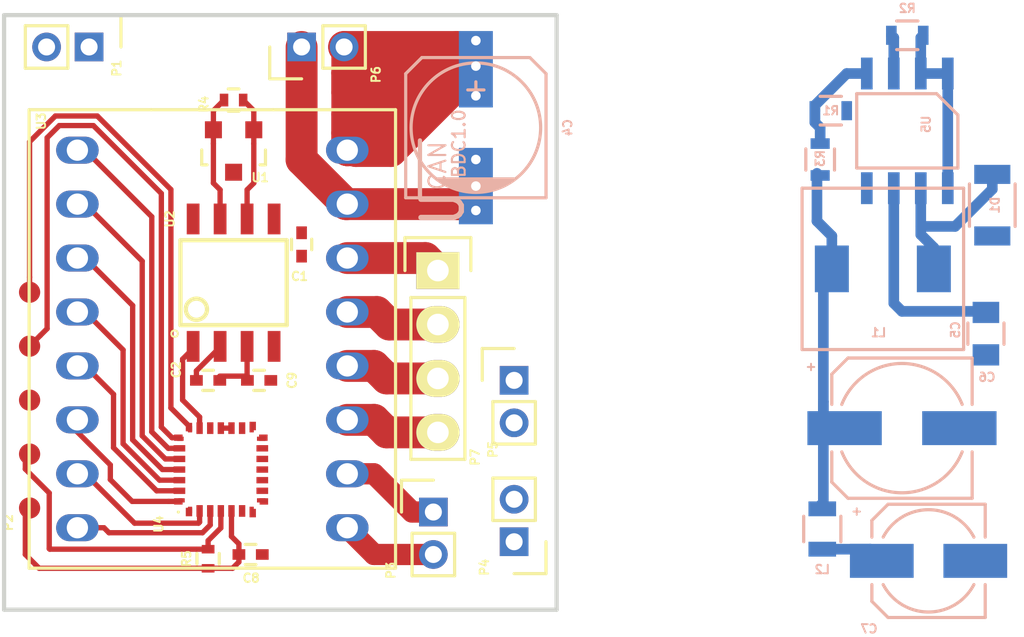
<source format=kicad_pcb>
(kicad_pcb (version 4) (host pcbnew 4.0.4-stable)

  (general
    (links 81)
    (no_connects 26)
    (area 137.299999 83.449999 163.500001 111.650001)
    (thickness 1.6)
    (drawings 8)
    (tracks 197)
    (zones 0)
    (modules 28)
    (nets 34)
  )

  (page A4)
  (layers
    (0 F.Cu signal)
    (31 B.Cu signal)
    (32 B.Adhes user)
    (33 F.Adhes user)
    (34 B.Paste user)
    (35 F.Paste user)
    (36 B.SilkS user)
    (37 F.SilkS user)
    (38 B.Mask user)
    (39 F.Mask user)
    (40 Dwgs.User user)
    (41 Cmts.User user)
    (42 Eco1.User user)
    (43 Eco2.User user)
    (44 Edge.Cuts user)
    (45 Margin user hide)
    (46 B.CrtYd user hide)
    (47 F.CrtYd user)
    (48 B.Fab user)
    (49 F.Fab user)
  )

  (setup
    (last_trace_width 0.25)
    (user_trace_width 0.5)
    (user_trace_width 0.75)
    (user_trace_width 1)
    (user_trace_width 1.5)
    (user_trace_width 2)
    (trace_clearance 0.2)
    (zone_clearance 0.5)
    (zone_45_only yes)
    (trace_min 0.2)
    (segment_width 0.2)
    (edge_width 0.2)
    (via_size 0.6)
    (via_drill 0.4)
    (via_min_size 0.4)
    (via_min_drill 0.3)
    (user_via 0.86 0.45)
    (uvia_size 0.3)
    (uvia_drill 0.1)
    (uvias_allowed no)
    (uvia_min_size 0.2)
    (uvia_min_drill 0.1)
    (pcb_text_width 0.3)
    (pcb_text_size 1.5 1.5)
    (mod_edge_width 0.15)
    (mod_text_size 0.4 0.4)
    (mod_text_width 0.09)
    (pad_size 0.3 0.4)
    (pad_drill 0)
    (pad_to_mask_clearance 0.2)
    (aux_axis_origin 155.4 109.55)
    (grid_origin 155.4 109.55)
    (visible_elements 7FFFFF7F)
    (pcbplotparams
      (layerselection 0x3ffff_ffffffff)
      (usegerberextensions true)
      (excludeedgelayer true)
      (linewidth 0.100000)
      (plotframeref false)
      (viasonmask false)
      (mode 1)
      (useauxorigin false)
      (hpglpennumber 1)
      (hpglpenspeed 20)
      (hpglpendiameter 15)
      (hpglpenoverlay 2)
      (psnegative false)
      (psa4output false)
      (plotreference true)
      (plotvalue true)
      (plotinvisibletext false)
      (padsonsilk false)
      (subtractmaskfromsilk false)
      (outputformat 1)
      (mirror false)
      (drillshape 0)
      (scaleselection 1)
      (outputdirectory Gerber/))
  )

  (net 0 "")
  (net 1 "Net-(P1-Pad2)")
  (net 2 GND)
  (net 3 +3V3)
  (net 4 SW_CLK)
  (net 5 SW_DIO)
  (net 6 CAN_MOD)
  (net 7 CAN_RX)
  (net 8 CAN_TX)
  (net 9 /USART_TX)
  (net 10 /USART_RX)
  (net 11 VPP)
  (net 12 "Net-(P1-Pad1)")
  (net 13 "Net-(P2-Pad2)")
  (net 14 DRV_nSLEEP)
  (net 15 DRV_nENABLE)
  (net 16 DRV_STEP)
  (net 17 DRV_DIR)
  (net 18 "Net-(P7-Pad1)")
  (net 19 "Net-(P7-Pad2)")
  (net 20 DRV_MS1)
  (net 21 DRV_MS2)
  (net 22 DRV_MS3)
  (net 23 "Net-(P7-Pad3)")
  (net 24 DRV_nRESET)
  (net 25 "Net-(P7-Pad4)")
  (net 26 "Net-(R1-Pad1)")
  (net 27 "Net-(R2-Pad1)")
  (net 28 "Net-(D1-Pad1)")
  (net 29 "Net-(C5-Pad1)")
  (net 30 "Net-(C6-Pad1)")
  (net 31 "Net-(U4-Pad7)")
  (net 32 "Net-(U4-Pad1)")
  (net 33 "Net-(U4-Pad14)")

  (net_class Default "This is the default net class."
    (clearance 0.2)
    (trace_width 0.25)
    (via_dia 0.6)
    (via_drill 0.4)
    (uvia_dia 0.3)
    (uvia_drill 0.1)
    (add_net +3V3)
    (add_net /USART_RX)
    (add_net /USART_TX)
    (add_net CAN_MOD)
    (add_net CAN_RX)
    (add_net CAN_TX)
    (add_net DRV_DIR)
    (add_net DRV_MS1)
    (add_net DRV_MS2)
    (add_net DRV_MS3)
    (add_net DRV_STEP)
    (add_net DRV_nENABLE)
    (add_net DRV_nRESET)
    (add_net DRV_nSLEEP)
    (add_net GND)
    (add_net "Net-(C5-Pad1)")
    (add_net "Net-(C6-Pad1)")
    (add_net "Net-(D1-Pad1)")
    (add_net "Net-(P1-Pad1)")
    (add_net "Net-(P1-Pad2)")
    (add_net "Net-(P2-Pad2)")
    (add_net "Net-(P7-Pad1)")
    (add_net "Net-(P7-Pad2)")
    (add_net "Net-(P7-Pad3)")
    (add_net "Net-(P7-Pad4)")
    (add_net "Net-(R1-Pad1)")
    (add_net "Net-(R2-Pad1)")
    (add_net "Net-(U4-Pad1)")
    (add_net "Net-(U4-Pad14)")
    (add_net "Net-(U4-Pad7)")
    (add_net SW_CLK)
    (add_net SW_DIO)
    (add_net VPP)
  )

  (net_class Motor ""
    (clearance 0.2)
    (trace_width 0.5)
    (via_dia 0.6)
    (via_drill 0.4)
    (uvia_dia 0.3)
    (uvia_drill 0.1)
  )

  (module usb_ccb_custom:UFQFPN_28 (layer F.Cu) (tedit 580E7B5E) (tstamp 58053628)
    (at 147.6 104.95 90)
    (path /580551BA)
    (fp_text reference U4 (at -2.571 -2.926 90) (layer F.SilkS)
      (effects (font (size 0.4 0.4) (thickness 0.09)))
    )
    (fp_text value STM32F042G4U6 (at 0 3.425 90) (layer F.Fab) hide
      (effects (font (size 0.4 0.4) (thickness 0.09)))
    )
    (fp_line (start -2 -2) (end -2 -2) (layer F.SilkS) (width 0.15))
    (fp_line (start -3.275 -3.275) (end 3.275 -3.275) (layer F.CrtYd) (width 0.15))
    (fp_line (start 3.275 -3.275) (end 3.275 3.275) (layer F.CrtYd) (width 0.15))
    (fp_line (start 3.275 3.275) (end -3.275 3.275) (layer F.CrtYd) (width 0.15))
    (fp_line (start -3.275 3.275) (end -3.275 -3.275) (layer F.CrtYd) (width 0.15))
    (pad 1 smd rect (at -2 -1.5 180) (size 0.3 0.4) (layers F.Cu F.Paste F.Mask)
      (net 32 "Net-(U4-Pad1)"))
    (pad 2 smd rect (at -1.95 -1 180) (size 0.3 0.55) (layers F.Cu F.Paste F.Mask)
      (net 16 DRV_STEP))
    (pad 3 smd rect (at -1.95 -0.5 180) (size 0.3 0.55) (layers F.Cu F.Paste F.Mask)
      (net 17 DRV_DIR))
    (pad 4 smd rect (at -1.95 0 180) (size 0.3 0.55) (layers F.Cu F.Paste F.Mask)
      (net 13 "Net-(P2-Pad2)"))
    (pad 5 smd rect (at -1.95 0.5 180) (size 0.3 0.55) (layers F.Cu F.Paste F.Mask)
      (net 3 +3V3))
    (pad 6 smd rect (at -1.95 1 180) (size 0.3 0.55) (layers F.Cu F.Paste F.Mask))
    (pad 7 smd rect (at -2.05 1.5 180) (size 0.3 0.4) (layers F.Cu F.Paste F.Mask)
      (net 31 "Net-(U4-Pad7)"))
    (pad 8q smd rect (at -1.50114 2.02438 90) (size 0.3 0.4) (layers F.Cu F.Paste F.Mask)
      (net 9 /USART_TX))
    (pad 9 smd rect (at -1 1.95 90) (size 0.3 0.55) (layers F.Cu F.Paste F.Mask)
      (net 10 /USART_RX))
    (pad 10 smd rect (at -0.5 1.95 90) (size 0.3 0.55) (layers F.Cu F.Paste F.Mask))
    (pad 11 smd rect (at 0 1.95 90) (size 0.3 0.55) (layers F.Cu F.Paste F.Mask))
    (pad 12 smd rect (at 0.5 1.95 90) (size 0.3 0.55) (layers F.Cu F.Paste F.Mask))
    (pad 13 smd rect (at 1 1.95 90) (size 0.3 0.55) (layers F.Cu F.Paste F.Mask))
    (pad 14 smd rect (at 1.5 2 90) (size 0.3 0.4) (layers F.Cu F.Paste F.Mask)
      (net 33 "Net-(U4-Pad14)"))
    (pad 151 smd rect (at 2.05 1.5 180) (size 0.3 0.4) (layers F.Cu F.Paste F.Mask)
      (net 6 CAN_MOD))
    (pad 16 smd rect (at 1.95 1 180) (size 0.3 0.55) (layers F.Cu F.Paste F.Mask)
      (net 2 GND))
    (pad 17 smd rect (at 1.95 0.5 180) (size 0.3 0.55) (layers F.Cu F.Paste F.Mask)
      (net 3 +3V3))
    (pad 18 smd rect (at 1.95 0 180) (size 0.3 0.55) (layers F.Cu F.Paste F.Mask)
      (net 3 +3V3))
    (pad 19 smd rect (at 1.95 -0.5 180) (size 0.3 0.55) (layers F.Cu F.Paste F.Mask)
      (net 7 CAN_RX))
    (pad 20 smd rect (at 1.95 -1 180) (size 0.3 0.55) (layers F.Cu F.Paste F.Mask)
      (net 8 CAN_TX))
    (pad 21 smd rect (at 2 -1.5 180) (size 0.3 0.4) (layers F.Cu F.Paste F.Mask)
      (net 5 SW_DIO))
    (pad 22 smd rect (at 1.5 -2 90) (size 0.3 0.4) (layers F.Cu F.Paste F.Mask)
      (net 4 SW_CLK))
    (pad 23 smd rect (at 1 -1.95 90) (size 0.3 0.55) (layers F.Cu F.Paste F.Mask)
      (net 15 DRV_nENABLE))
    (pad 24 smd rect (at 0.5 -1.95 90) (size 0.3 0.55) (layers F.Cu F.Paste F.Mask)
      (net 20 DRV_MS1))
    (pad 25 smd rect (at 0 -1.95 90) (size 0.3 0.55) (layers F.Cu F.Paste F.Mask)
      (net 21 DRV_MS2))
    (pad 26 smd rect (at -0.5 -1.95 90) (size 0.3 0.55) (layers F.Cu F.Paste F.Mask)
      (net 22 DRV_MS3))
    (pad 27 smd rect (at -1 -1.95 90) (size 0.3 0.55) (layers F.Cu F.Paste F.Mask)
      (net 24 DRV_nRESET))
    (pad 28 smd rect (at -1.5 -2 90) (size 0.3 0.4) (layers F.Cu F.Paste F.Mask)
      (net 14 DRV_nSLEEP))
    (pad 1 smd rect (at -1.9 -1.45 180) (size 0.2 0.3) (layers F.Cu F.Paste F.Mask)
      (net 32 "Net-(U4-Pad1)"))
    (pad 28 smd rect (at -1.45 -1.85 90) (size 0.2 0.3) (layers F.Cu F.Paste F.Mask)
      (net 14 DRV_nSLEEP))
    (pad 8 smd rect (at -1.45 1.9 180) (size 0.4 0.2) (layers F.Cu F.Paste F.Mask)
      (net 9 /USART_TX))
    (pad 7 smd rect (at -1.95 1.45 180) (size 0.2 0.4) (layers F.Cu F.Paste F.Mask)
      (net 31 "Net-(U4-Pad7)"))
    (pad 14 smd rect (at 1.45 1.9 90) (size 0.2 0.4) (layers F.Cu F.Paste F.Mask)
      (net 33 "Net-(U4-Pad14)"))
    (pad 15 smd rect (at 1.95 1.45 90) (size 0.4 0.2) (layers F.Cu F.Paste F.Mask)
      (net 6 CAN_MOD))
    (pad 21 smd rect (at 1.9 -1.45 90) (size 0.3 0.2) (layers F.Cu F.Paste F.Mask)
      (net 5 SW_DIO))
    (pad 22 smd rect (at 1.45 -1.9 90) (size 0.2 0.3) (layers F.Cu F.Paste F.Mask)
      (net 4 SW_CLK))
  )

  (module usb_ccb_custom:POLOLU_A4988 (layer F.Cu) (tedit 580A5B9E) (tstamp 5808C420)
    (at 147.2 98.8 270)
    (path /58092B66)
    (fp_text reference U3 (at -10.25 8.05 270) (layer F.SilkS)
      (effects (font (size 0.4 0.4) (thickness 0.09)))
    )
    (fp_text value POLOLU_A4988 (at 0 0 270) (layer F.Fab) hide
      (effects (font (size 0.4 0.4) (thickness 0.09)))
    )
    (fp_line (start -10.795 8.62) (end 10.795 8.62) (layer F.SilkS) (width 0.15))
    (fp_line (start 10.795 8.62) (end 10.795 -8.62) (layer F.SilkS) (width 0.15))
    (fp_line (start 10.795 -8.62) (end -10.795 -8.62) (layer F.SilkS) (width 0.15))
    (fp_line (start -10.795 -8.62) (end -10.795 -2.873333) (layer F.SilkS) (width 0.15))
    (fp_line (start -10.795 -2.873333) (end -10.795 2.873333) (layer F.SilkS) (width 0.15))
    (fp_line (start -10.795 2.873333) (end -10.795 8.62) (layer F.SilkS) (width 0.15))
    (pad 16 thru_hole oval (at -8.89 -6.35 270) (size 1.27 2) (drill 1) (layers *.Cu *.Mask)
      (net 11 VPP))
    (pad 1 thru_hole oval (at -8.89 6.35 270) (size 1.27 2) (drill 1) (layers *.Cu *.Mask)
      (net 15 DRV_nENABLE))
    (pad 15 thru_hole oval (at -6.35 -6.35 270) (size 1.27 2) (drill 1) (layers *.Cu *.Mask)
      (net 2 GND))
    (pad 2 thru_hole oval (at -6.35 6.35 270) (size 1.27 2) (drill 1) (layers *.Cu *.Mask)
      (net 20 DRV_MS1))
    (pad 14 thru_hole oval (at -3.81 -6.35 270) (size 1.27 2) (drill 1) (layers *.Cu *.Mask)
      (net 18 "Net-(P7-Pad1)"))
    (pad 3 thru_hole oval (at -3.81 6.35 270) (size 1.27 2) (drill 1) (layers *.Cu *.Mask)
      (net 21 DRV_MS2))
    (pad 13 thru_hole oval (at -1.27 -6.35 270) (size 1.27 2) (drill 1) (layers *.Cu *.Mask)
      (net 19 "Net-(P7-Pad2)"))
    (pad 4 thru_hole oval (at -1.27 6.35 270) (size 1.27 2) (drill 1) (layers *.Cu *.Mask)
      (net 22 DRV_MS3))
    (pad 12 thru_hole oval (at 1.27 -6.35 270) (size 1.27 2) (drill 1) (layers *.Cu *.Mask)
      (net 23 "Net-(P7-Pad3)"))
    (pad 5 thru_hole oval (at 1.27 6.35 270) (size 1.27 2) (drill 1) (layers *.Cu *.Mask)
      (net 24 DRV_nRESET))
    (pad 11 thru_hole oval (at 3.81 -6.35 270) (size 1.27 2) (drill 1) (layers *.Cu *.Mask)
      (net 25 "Net-(P7-Pad4)"))
    (pad 6 thru_hole oval (at 3.81 6.35 270) (size 1.27 2) (drill 1) (layers *.Cu *.Mask)
      (net 14 DRV_nSLEEP))
    (pad 10 thru_hole oval (at 6.35 -6.35 270) (size 1.27 2) (drill 1) (layers *.Cu *.Mask)
      (net 3 +3V3))
    (pad 7 thru_hole oval (at 6.35 6.35 270) (size 1.27 2) (drill 1) (layers *.Cu *.Mask)
      (net 16 DRV_STEP))
    (pad 9 thru_hole oval (at 8.89 -6.35 270) (size 1.27 2) (drill 1) (layers *.Cu *.Mask)
      (net 2 GND))
    (pad 8 thru_hole oval (at 8.89 6.35 270) (size 1.27 2) (drill 1) (layers *.Cu *.Mask)
      (net 17 DRV_DIR))
  )

  (module usb_ccb_custom:DE0704_Coil (layer B.Cu) (tedit 580A4D2E) (tstamp 580A4FF9)
    (at 181.15 95.5 270)
    (path /580A4599)
    (fp_text reference L1 (at 3 2.6 540) (layer B.SilkS)
      (effects (font (size 0.4 0.4) (thickness 0.09)) (justify mirror))
    )
    (fp_text value 220uH (at -2.8 2 540) (layer B.Fab) hide
      (effects (font (size 0.4 0.4) (thickness 0.09)) (justify mirror))
    )
    (fp_line (start -3.8 -1.4) (end 3.8 -1.4) (layer B.SilkS) (width 0.15))
    (fp_line (start 3.8 -1.4) (end 3.8 6.2) (layer B.SilkS) (width 0.15))
    (fp_line (start 3.8 6.2) (end -3.8 6.2) (layer B.SilkS) (width 0.15))
    (fp_line (start -3.8 6.2) (end -3.8 -1.4) (layer B.SilkS) (width 0.15))
    (pad 1 smd rect (at 0 0 270) (size 2.2 1.6) (layers B.Cu B.Paste B.Mask)
      (net 28 "Net-(D1-Pad1)"))
    (pad 2 smd rect (at 0 4.8 270) (size 2.2 1.6) (layers B.Cu B.Paste B.Mask)
      (net 30 "Net-(C6-Pad1)"))
  )

  (module Capacitors_SMD:c_elec_5x5.8 (layer B.Cu) (tedit 580E0800) (tstamp 580E076C)
    (at 180.9 109.25)
    (descr "SMT capacitor, aluminium electrolytic, 5x5.8")
    (path /580A49F4)
    (attr smd)
    (fp_text reference C7 (at -2.8 3.2 180) (layer B.SilkS)
      (effects (font (size 0.4 0.4) (thickness 0.09)) (justify mirror))
    )
    (fp_text value 100u (at 0 3.9243) (layer B.Fab) hide
      (effects (font (size 0.4 0.4) (thickness 0.09)) (justify mirror))
    )
    (fp_text user + (at -1.3843 0.0635) (layer B.Fab)
      (effects (font (size 0.4 0.4) (thickness 0.09)) (justify mirror))
    )
    (fp_line (start 2.5146 -2.5146) (end 2.5146 2.5146) (layer B.Fab) (width 0.15))
    (fp_line (start -1.8415 -2.5146) (end 2.5146 -2.5146) (layer B.Fab) (width 0.15))
    (fp_line (start -2.5146 -1.8415) (end -1.8415 -2.5146) (layer B.Fab) (width 0.15))
    (fp_line (start -2.5146 1.8415) (end -2.5146 -1.8415) (layer B.Fab) (width 0.15))
    (fp_line (start -1.8415 2.5146) (end -2.5146 1.8415) (layer B.Fab) (width 0.15))
    (fp_line (start 2.5146 2.5146) (end -1.8415 2.5146) (layer B.Fab) (width 0.15))
    (fp_line (start 2.667 -2.667) (end 2.667 -1.1176) (layer B.SilkS) (width 0.15))
    (fp_line (start 2.667 2.667) (end 2.667 1.1176) (layer B.SilkS) (width 0.15))
    (fp_line (start -2.667 -1.905) (end -2.667 -1.1176) (layer B.SilkS) (width 0.15))
    (fp_line (start -2.667 1.905) (end -2.667 1.1176) (layer B.SilkS) (width 0.15))
    (fp_arc (start 0 0) (end 2.1336 -1.1176) (angle -124.6819464) (layer B.SilkS) (width 0.15))
    (fp_arc (start 0 0) (end -2.1336 1.1176) (angle -124.7080493) (layer B.SilkS) (width 0.15))
    (fp_text user + (at -3.3782 -2.3495) (layer B.SilkS)
      (effects (font (size 0.4 0.4) (thickness 0.09)) (justify mirror))
    )
    (fp_line (start 3.95 3) (end -3.95 3) (layer B.CrtYd) (width 0.05))
    (fp_line (start -3.95 3) (end -3.95 -3) (layer B.CrtYd) (width 0.05))
    (fp_line (start -3.95 -3) (end 3.95 -3) (layer B.CrtYd) (width 0.05))
    (fp_line (start 3.95 -3) (end 3.95 3) (layer B.CrtYd) (width 0.05))
    (fp_line (start 2.667 2.667) (end -1.905 2.667) (layer B.SilkS) (width 0.15))
    (fp_line (start -1.905 2.667) (end -2.667 1.905) (layer B.SilkS) (width 0.15))
    (fp_line (start -2.667 -1.905) (end -1.905 -2.667) (layer B.SilkS) (width 0.15))
    (fp_line (start -1.905 -2.667) (end 2.667 -2.667) (layer B.SilkS) (width 0.15))
    (pad 1 smd rect (at -2.2 0 180) (size 3 1.6) (layers B.Cu B.Paste B.Mask)
      (net 3 +3V3))
    (pad 2 smd rect (at 2.2 0 180) (size 3 1.6) (layers B.Cu B.Paste B.Mask)
      (net 2 GND))
    (model Capacitors_SMD.3dshapes/c_elec_5x5.8.wrl
      (at (xyz 0 0 0))
      (scale (xyz 1 1 1))
      (rotate (xyz 0 0 180))
    )
  )

  (module Pin_Headers:Pin_Header_Straight_1x02_Pitch2.00mm (layer F.Cu) (tedit 5808C6A3) (tstamp 5805411B)
    (at 161.4 108.35 180)
    (descr "Through hole pin header, 1x02, 2.00mm pitch, single row")
    (tags "pin header single row")
    (path /57FD69A3)
    (fp_text reference P4 (at 1.4 -1.2 270) (layer F.SilkS)
      (effects (font (size 0.4 0.4) (thickness 0.09)))
    )
    (fp_text value CONN_01X02 (at 0 -3 180) (layer F.Fab) hide
      (effects (font (size 0.4 0.4) (thickness 0.09)))
    )
    (fp_line (start -1 1) (end 1 1) (layer F.SilkS) (width 0.15))
    (fp_line (start 1 1) (end 1 3) (layer F.SilkS) (width 0.15))
    (fp_line (start 1 3) (end -1 3) (layer F.SilkS) (width 0.15))
    (fp_line (start -1 3) (end -1 1) (layer F.SilkS) (width 0.15))
    (fp_line (start -1.6 -1.6) (end 1.6 -1.6) (layer F.CrtYd) (width 0.05))
    (fp_line (start 1.6 -1.6) (end 1.6 3.6) (layer F.CrtYd) (width 0.05))
    (fp_line (start 1.6 3.6) (end -1.6 3.6) (layer F.CrtYd) (width 0.05))
    (fp_line (start -1.6 3.6) (end -1.6 -1.6) (layer F.CrtYd) (width 0.05))
    (fp_line (start -1.5 0) (end -1.5 -1.5) (layer F.SilkS) (width 0.15))
    (fp_line (start -1.5 -1.5) (end 0 -1.5) (layer F.SilkS) (width 0.15))
    (pad 1 thru_hole rect (at 0 0 180) (size 1.35 1.35) (drill 0.8) (layers *.Cu *.Mask)
      (net 9 /USART_TX))
    (pad 2 thru_hole circle (at 0 2 180) (size 1.35 1.35) (drill 0.8) (layers *.Cu *.Mask)
      (net 10 /USART_RX))
    (model Pin_Headers.3dshapes/Pin_Header_Straight_1x02_Pitch2.00mm.wrl
      (at (xyz 0 0 0))
      (scale (xyz 1 1 1))
      (rotate (xyz 0 0 0))
    )
  )

  (module Resistors_SMD:R_0603 (layer B.Cu) (tedit 580A097A) (tstamp 580A065C)
    (at 176.3 88.05)
    (descr "Resistor SMD 0603, reflow soldering, Vishay (see dcrcw.pdf)")
    (tags "resistor 0603")
    (path /580A10DB)
    (attr smd)
    (fp_text reference R1 (at 0 0) (layer B.SilkS)
      (effects (font (size 0.4 0.4) (thickness 0.09)) (justify mirror))
    )
    (fp_text value 2,2k (at 0 -1.9) (layer B.Fab) hide
      (effects (font (size 0.4 0.4) (thickness 0.09)) (justify mirror))
    )
    (fp_line (start -1.3 0.8) (end 1.3 0.8) (layer B.CrtYd) (width 0.05))
    (fp_line (start -1.3 -0.8) (end 1.3 -0.8) (layer B.CrtYd) (width 0.05))
    (fp_line (start -1.3 0.8) (end -1.3 -0.8) (layer B.CrtYd) (width 0.05))
    (fp_line (start 1.3 0.8) (end 1.3 -0.8) (layer B.CrtYd) (width 0.05))
    (fp_line (start 0.5 -0.675) (end -0.5 -0.675) (layer B.SilkS) (width 0.15))
    (fp_line (start -0.5 0.675) (end 0.5 0.675) (layer B.SilkS) (width 0.15))
    (pad 1 smd rect (at -0.75 0) (size 0.5 0.9) (layers B.Cu B.Paste B.Mask)
      (net 26 "Net-(R1-Pad1)"))
    (pad 2 smd rect (at 0.75 0) (size 0.5 0.9) (layers B.Cu B.Paste B.Mask)
      (net 2 GND))
    (model Resistors_SMD.3dshapes/R_0603.wrl
      (at (xyz 0 0 0))
      (scale (xyz 1 1 1))
      (rotate (xyz 0 0 0))
    )
  )

  (module usb_ccb_custom:SOIC-8 (layer B.Cu) (tedit 580A0AC6) (tstamp 580A0675)
    (at 179.9 89 180)
    (path /580A02EB)
    (fp_text reference U5 (at -0.885 0.31 450) (layer B.SilkS)
      (effects (font (size 0.4 0.4) (thickness 0.09)) (justify mirror))
    )
    (fp_text value MC33063 (at 1.905 -0.127 180) (layer B.Fab) hide
      (effects (font (size 0.4 0.4) (thickness 0.09)) (justify mirror))
    )
    (fp_line (start -1.38 1.75) (end -2.38 0.75) (layer B.SilkS) (width 0.15))
    (fp_line (start -2.38 0.75) (end -2.38 -1.75) (layer B.SilkS) (width 0.15))
    (fp_line (start -2.38 -1.75) (end 2.38 -1.75) (layer B.SilkS) (width 0.15))
    (fp_line (start 2.38 -1.75) (end 2.38 1.75) (layer B.SilkS) (width 0.15))
    (fp_line (start 2.38 1.75) (end -1.38 1.75) (layer B.SilkS) (width 0.15))
    (pad 8 smd rect (at -1.905 2.7 180) (size 0.55 1.5) (layers B.Cu B.Paste B.Mask)
      (net 27 "Net-(R2-Pad1)"))
    (pad 1 smd rect (at -1.905 -2.7 180) (size 0.55 1.5) (layers B.Cu B.Paste B.Mask)
      (net 27 "Net-(R2-Pad1)"))
    (pad 7 smd rect (at -0.635 2.7 180) (size 0.55 1.5) (layers B.Cu B.Paste B.Mask)
      (net 27 "Net-(R2-Pad1)"))
    (pad 2 smd rect (at -0.635 -2.7 180) (size 0.55 1.5) (layers B.Cu B.Paste B.Mask)
      (net 28 "Net-(D1-Pad1)"))
    (pad 6 smd rect (at 0.635 2.7 180) (size 0.55 1.5) (layers B.Cu B.Paste B.Mask)
      (net 11 VPP))
    (pad 3 smd rect (at 0.635 -2.7 180) (size 0.55 1.5) (layers B.Cu B.Paste B.Mask)
      (net 29 "Net-(C5-Pad1)"))
    (pad 5 smd rect (at 1.905 2.7 180) (size 0.55 1.5) (layers B.Cu B.Paste B.Mask)
      (net 26 "Net-(R1-Pad1)"))
    (pad 4 smd rect (at 1.905 -2.7 180) (size 0.55 1.5) (layers B.Cu B.Paste B.Mask)
      (net 2 GND))
  )

  (module Resistors_SMD:R_0603 (layer B.Cu) (tedit 580A0978) (tstamp 580A0674)
    (at 175.8 90.35 270)
    (descr "Resistor SMD 0603, reflow soldering, Vishay (see dcrcw.pdf)")
    (tags "resistor 0603")
    (path /580A104F)
    (attr smd)
    (fp_text reference R3 (at -0.049859 0 270) (layer B.SilkS)
      (effects (font (size 0.4 0.4) (thickness 0.09)) (justify mirror))
    )
    (fp_text value 3,9k (at 0 -1.9 270) (layer B.Fab) hide
      (effects (font (size 0.4 0.4) (thickness 0.09)) (justify mirror))
    )
    (fp_line (start -1.3 0.8) (end 1.3 0.8) (layer B.CrtYd) (width 0.05))
    (fp_line (start -1.3 -0.8) (end 1.3 -0.8) (layer B.CrtYd) (width 0.05))
    (fp_line (start -1.3 0.8) (end -1.3 -0.8) (layer B.CrtYd) (width 0.05))
    (fp_line (start 1.3 0.8) (end 1.3 -0.8) (layer B.CrtYd) (width 0.05))
    (fp_line (start 0.5 -0.675) (end -0.5 -0.675) (layer B.SilkS) (width 0.15))
    (fp_line (start -0.5 0.675) (end 0.5 0.675) (layer B.SilkS) (width 0.15))
    (pad 1 smd rect (at -0.75 0 270) (size 0.5 0.9) (layers B.Cu B.Paste B.Mask)
      (net 26 "Net-(R1-Pad1)"))
    (pad 2 smd rect (at 0.75 0 270) (size 0.5 0.9) (layers B.Cu B.Paste B.Mask)
      (net 30 "Net-(C6-Pad1)"))
    (model Resistors_SMD.3dshapes/R_0603.wrl
      (at (xyz 0 0 0))
      (scale (xyz 1 1 1))
      (rotate (xyz 0 0 0))
    )
  )

  (module Capacitors_SMD:C_0402 (layer F.Cu) (tedit 5805F729) (tstamp 57FB8FB2)
    (at 151.4 94.35 90)
    (descr "Capacitor SMD 0402, reflow soldering, AVX (see smccp.pdf)")
    (tags "capacitor 0402")
    (path /5708B5D9)
    (attr smd)
    (fp_text reference C1 (at -1.5 -0.1 360) (layer F.SilkS)
      (effects (font (size 0.4 0.4) (thickness 0.09)))
    )
    (fp_text value 100n (at 0 1.7 90) (layer F.Fab) hide
      (effects (font (size 0.4 0.4) (thickness 0.09)))
    )
    (fp_line (start -0.5 0.25) (end -0.5 -0.25) (layer F.Fab) (width 0.15))
    (fp_line (start 0.5 0.25) (end -0.5 0.25) (layer F.Fab) (width 0.15))
    (fp_line (start 0.5 -0.25) (end 0.5 0.25) (layer F.Fab) (width 0.15))
    (fp_line (start -0.5 -0.25) (end 0.5 -0.25) (layer F.Fab) (width 0.15))
    (fp_line (start -1.15 -0.6) (end 1.15 -0.6) (layer F.CrtYd) (width 0.05))
    (fp_line (start -1.15 0.6) (end 1.15 0.6) (layer F.CrtYd) (width 0.05))
    (fp_line (start -1.15 -0.6) (end -1.15 0.6) (layer F.CrtYd) (width 0.05))
    (fp_line (start 1.15 -0.6) (end 1.15 0.6) (layer F.CrtYd) (width 0.05))
    (fp_line (start 0.25 -0.475) (end -0.25 -0.475) (layer F.SilkS) (width 0.15))
    (fp_line (start -0.25 0.475) (end 0.25 0.475) (layer F.SilkS) (width 0.15))
    (pad 1 smd rect (at -0.55 0 90) (size 0.6 0.5) (layers F.Cu F.Paste F.Mask)
      (net 3 +3V3))
    (pad 2 smd rect (at 0.55 0 90) (size 0.6 0.5) (layers F.Cu F.Paste F.Mask)
      (net 2 GND))
    (model Capacitors_SMD.3dshapes/C_0402.wrl
      (at (xyz 0 0 0))
      (scale (xyz 1 1 1))
      (rotate (xyz 0 0 0))
    )
  )

  (module Capacitors_SMD:C_0402 (layer F.Cu) (tedit 5808C6C5) (tstamp 57FB8FC1)
    (at 147 100.75 180)
    (descr "Capacitor SMD 0402, reflow soldering, AVX (see smccp.pdf)")
    (tags "capacitor 0402")
    (path /5708AC0C)
    (attr smd)
    (fp_text reference C2 (at 1.5 0.5 450) (layer F.SilkS)
      (effects (font (size 0.4 0.4) (thickness 0.09)))
    )
    (fp_text value 10n (at 0 1.7 180) (layer F.Fab) hide
      (effects (font (size 0.4 0.4) (thickness 0.09)))
    )
    (fp_line (start -0.5 0.25) (end -0.5 -0.25) (layer F.Fab) (width 0.15))
    (fp_line (start 0.5 0.25) (end -0.5 0.25) (layer F.Fab) (width 0.15))
    (fp_line (start 0.5 -0.25) (end 0.5 0.25) (layer F.Fab) (width 0.15))
    (fp_line (start -0.5 -0.25) (end 0.5 -0.25) (layer F.Fab) (width 0.15))
    (fp_line (start -1.15 -0.6) (end 1.15 -0.6) (layer F.CrtYd) (width 0.05))
    (fp_line (start -1.15 0.6) (end 1.15 0.6) (layer F.CrtYd) (width 0.05))
    (fp_line (start -1.15 -0.6) (end -1.15 0.6) (layer F.CrtYd) (width 0.05))
    (fp_line (start 1.15 -0.6) (end 1.15 0.6) (layer F.CrtYd) (width 0.05))
    (fp_line (start 0.25 -0.475) (end -0.25 -0.475) (layer F.SilkS) (width 0.15))
    (fp_line (start -0.25 0.475) (end 0.25 0.475) (layer F.SilkS) (width 0.15))
    (pad 1 smd rect (at -0.55 0 180) (size 0.6 0.5) (layers F.Cu F.Paste F.Mask)
      (net 3 +3V3))
    (pad 2 smd rect (at 0.55 0 180) (size 0.6 0.5) (layers F.Cu F.Paste F.Mask)
      (net 2 GND))
    (model Capacitors_SMD.3dshapes/C_0402.wrl
      (at (xyz 0 0 0))
      (scale (xyz 1 1 1))
      (rotate (xyz 0 0 0))
    )
  )

  (module Capacitors_SMD:C_0402 (layer F.Cu) (tedit 580DFC9D) (tstamp 57FB901B)
    (at 149 108.95)
    (descr "Capacitor SMD 0402, reflow soldering, AVX (see smccp.pdf)")
    (tags "capacitor 0402")
    (path /5706EB05)
    (attr smd)
    (fp_text reference C8 (at 0.023 1.111 180) (layer F.SilkS)
      (effects (font (size 0.4 0.4) (thickness 0.09)))
    )
    (fp_text value 10nC (at 0 1.7) (layer F.Fab) hide
      (effects (font (size 0.4 0.4) (thickness 0.09)))
    )
    (fp_line (start -0.5 0.25) (end -0.5 -0.25) (layer F.Fab) (width 0.15))
    (fp_line (start 0.5 0.25) (end -0.5 0.25) (layer F.Fab) (width 0.15))
    (fp_line (start 0.5 -0.25) (end 0.5 0.25) (layer F.Fab) (width 0.15))
    (fp_line (start -0.5 -0.25) (end 0.5 -0.25) (layer F.Fab) (width 0.15))
    (fp_line (start -1.15 -0.6) (end 1.15 -0.6) (layer F.CrtYd) (width 0.05))
    (fp_line (start -1.15 0.6) (end 1.15 0.6) (layer F.CrtYd) (width 0.05))
    (fp_line (start -1.15 -0.6) (end -1.15 0.6) (layer F.CrtYd) (width 0.05))
    (fp_line (start 1.15 -0.6) (end 1.15 0.6) (layer F.CrtYd) (width 0.05))
    (fp_line (start 0.25 -0.475) (end -0.25 -0.475) (layer F.SilkS) (width 0.15))
    (fp_line (start -0.25 0.475) (end 0.25 0.475) (layer F.SilkS) (width 0.15))
    (pad 1 smd rect (at -0.55 0) (size 0.6 0.5) (layers F.Cu F.Paste F.Mask)
      (net 3 +3V3))
    (pad 2 smd rect (at 0.55 0) (size 0.6 0.5) (layers F.Cu F.Paste F.Mask)
      (net 2 GND))
    (model Capacitors_SMD.3dshapes/C_0402.wrl
      (at (xyz 0 0 0))
      (scale (xyz 1 1 1))
      (rotate (xyz 0 0 0))
    )
  )

  (module Capacitors_SMD:C_0402 (layer F.Cu) (tedit 580DF52B) (tstamp 57FB902A)
    (at 149.4 100.75)
    (descr "Capacitor SMD 0402, reflow soldering, AVX (see smccp.pdf)")
    (tags "capacitor 0402")
    (path /5706ED0B)
    (attr smd)
    (fp_text reference C9 (at 1.55 0 270) (layer F.SilkS)
      (effects (font (size 0.4 0.4) (thickness 0.09)))
    )
    (fp_text value 100nC (at 0 1.7) (layer F.Fab) hide
      (effects (font (size 0.4 0.4) (thickness 0.09)))
    )
    (fp_line (start -0.5 0.25) (end -0.5 -0.25) (layer F.Fab) (width 0.15))
    (fp_line (start 0.5 0.25) (end -0.5 0.25) (layer F.Fab) (width 0.15))
    (fp_line (start 0.5 -0.25) (end 0.5 0.25) (layer F.Fab) (width 0.15))
    (fp_line (start -0.5 -0.25) (end 0.5 -0.25) (layer F.Fab) (width 0.15))
    (fp_line (start -1.15 -0.6) (end 1.15 -0.6) (layer F.CrtYd) (width 0.05))
    (fp_line (start -1.15 0.6) (end 1.15 0.6) (layer F.CrtYd) (width 0.05))
    (fp_line (start -1.15 -0.6) (end -1.15 0.6) (layer F.CrtYd) (width 0.05))
    (fp_line (start 1.15 -0.6) (end 1.15 0.6) (layer F.CrtYd) (width 0.05))
    (fp_line (start 0.25 -0.475) (end -0.25 -0.475) (layer F.SilkS) (width 0.15))
    (fp_line (start -0.25 0.475) (end 0.25 0.475) (layer F.SilkS) (width 0.15))
    (pad 1 smd rect (at -0.55 0) (size 0.6 0.5) (layers F.Cu F.Paste F.Mask)
      (net 3 +3V3))
    (pad 2 smd rect (at 0.55 0) (size 0.6 0.5) (layers F.Cu F.Paste F.Mask)
      (net 2 GND))
    (model Capacitors_SMD.3dshapes/C_0402.wrl
      (at (xyz 0 0 0))
      (scale (xyz 1 1 1))
      (rotate (xyz 0 0 0))
    )
  )

  (module Resistors_SMD:R_0402 (layer F.Cu) (tedit 580DFCA5) (tstamp 57FB9069)
    (at 147 109.15 270)
    (descr "Resistor SMD 0402, reflow soldering, Vishay (see dcrcw.pdf)")
    (tags "resistor 0402")
    (path /5705676D)
    (attr smd)
    (fp_text reference R5 (at 0 1.016 270) (layer F.SilkS)
      (effects (font (size 0.4 0.4) (thickness 0.09)))
    )
    (fp_text value 10k (at 0 1.8 270) (layer F.Fab) hide
      (effects (font (size 0.4 0.4) (thickness 0.09)))
    )
    (fp_line (start -0.95 -0.65) (end 0.95 -0.65) (layer F.CrtYd) (width 0.05))
    (fp_line (start -0.95 0.65) (end 0.95 0.65) (layer F.CrtYd) (width 0.05))
    (fp_line (start -0.95 -0.65) (end -0.95 0.65) (layer F.CrtYd) (width 0.05))
    (fp_line (start 0.95 -0.65) (end 0.95 0.65) (layer F.CrtYd) (width 0.05))
    (fp_line (start 0.25 -0.525) (end -0.25 -0.525) (layer F.SilkS) (width 0.15))
    (fp_line (start -0.25 0.525) (end 0.25 0.525) (layer F.SilkS) (width 0.15))
    (pad 1 smd rect (at -0.45 0 270) (size 0.4 0.6) (layers F.Cu F.Paste F.Mask)
      (net 13 "Net-(P2-Pad2)"))
    (pad 2 smd rect (at 0.45 0 270) (size 0.4 0.6) (layers F.Cu F.Paste F.Mask)
      (net 3 +3V3))
    (model Resistors_SMD.3dshapes/R_0402.wrl
      (at (xyz 0 0 0))
      (scale (xyz 1 1 1))
      (rotate (xyz 0 0 0))
    )
  )

  (module usb_ccb_custom:swd_smd_conn5 (layer F.Cu) (tedit 58054164) (tstamp 58052A18)
    (at 138.6 102.95 90)
    (descr "swd smd conn")
    (tags DEV)
    (path /57800591)
    (fp_text reference P2 (at -4.5 -1 90) (layer F.SilkS)
      (effects (font (size 0.4 0.4) (thickness 0.09)))
    )
    (fp_text value CONN_01X05 (at 6.604 2.032 90) (layer F.Fab) hide
      (effects (font (size 0.4 0.4) (thickness 0.09)))
    )
    (pad 5 smd oval (at 6.35 0 90) (size 1 1) (layers F.Cu F.Paste F.Mask)
      (net 5 SW_DIO))
    (pad 2 smd oval (at -1.27 0 90) (size 1 1) (layers F.Cu F.Paste F.Mask)
      (net 13 "Net-(P2-Pad2)"))
    (pad 3 smd oval (at 1.27 0 90) (size 1 1) (layers F.Cu F.Paste F.Mask)
      (net 2 GND))
    (pad 1 smd oval (at -3.81 0 90) (size 1 1) (layers F.Cu F.Paste F.Mask)
      (net 3 +3V3))
    (pad 4 smd oval (at 3.81 0 90) (size 1 1) (layers F.Cu F.Paste F.Mask)
      (net 4 SW_CLK))
  )

  (module TO_SOT_Packages_SMD:SOT-23 (layer F.Cu) (tedit 580A6487) (tstamp 58052A44)
    (at 148.2 89.95 180)
    (descr "SOT-23, Standard")
    (tags SOT-23)
    (path /5708D55A)
    (attr smd)
    (fp_text reference U1 (at -1.25 -1.25 360) (layer F.SilkS)
      (effects (font (size 0.4 0.4) (thickness 0.09)))
    )
    (fp_text value PSD2CAN (at 0 2.3 180) (layer F.Fab) hide
      (effects (font (size 0.4 0.4) (thickness 0.09)))
    )
    (fp_line (start -1.65 -1.6) (end 1.65 -1.6) (layer F.CrtYd) (width 0.05))
    (fp_line (start 1.65 -1.6) (end 1.65 1.6) (layer F.CrtYd) (width 0.05))
    (fp_line (start 1.65 1.6) (end -1.65 1.6) (layer F.CrtYd) (width 0.05))
    (fp_line (start -1.65 1.6) (end -1.65 -1.6) (layer F.CrtYd) (width 0.05))
    (fp_line (start 1.29916 -0.65024) (end 1.2509 -0.65024) (layer F.SilkS) (width 0.15))
    (fp_line (start -1.49982 0.0508) (end -1.49982 -0.65024) (layer F.SilkS) (width 0.15))
    (fp_line (start -1.49982 -0.65024) (end -1.2509 -0.65024) (layer F.SilkS) (width 0.15))
    (fp_line (start 1.29916 -0.65024) (end 1.49982 -0.65024) (layer F.SilkS) (width 0.15))
    (fp_line (start 1.49982 -0.65024) (end 1.49982 0.0508) (layer F.SilkS) (width 0.15))
    (pad 1 smd rect (at -0.95 1.00076 180) (size 0.8001 0.8001) (layers F.Cu F.Paste F.Mask)
      (net 1 "Net-(P1-Pad2)"))
    (pad 2 smd rect (at 0.95 1.00076 180) (size 0.8001 0.8001) (layers F.Cu F.Paste F.Mask)
      (net 12 "Net-(P1-Pad1)"))
    (pad 3 smd rect (at 0 -0.99822 180) (size 0.8001 0.8001) (layers F.Cu F.Paste F.Mask)
      (net 2 GND))
    (model TO_SOT_Packages_SMD.3dshapes/SOT-23.wrl
      (at (xyz 0 0 0))
      (scale (xyz 1 1 1))
      (rotate (xyz 0 0 0))
    )
  )

  (module SO:SO (layer F.Cu) (tedit 580A6484) (tstamp 58052A53)
    (at 148.2 96.15 90)
    (descr "Small Outline w/ Pins")
    (tags "SOIC SSOP TSSOP")
    (path /57081903)
    (attr smd)
    (fp_text reference U2 (at 3 -3 90) (layer F.SilkS)
      (effects (font (size 0.4 0.4) (thickness 0.09)))
    )
    (fp_text value SN65HVD232D (at 0 3.15 360) (layer F.SilkS) hide
      (effects (font (size 0.4 0.4) (thickness 0.09)))
    )
    (fp_text user ○ (at -2.4 -2.805 90) (layer F.SilkS)
      (effects (font (size 0.4 0.4) (thickness 0.09)))
    )
    (fp_line (start -2 -2.5) (end 2 -2.5) (layer F.SilkS) (width 0.2))
    (fp_line (start 2 -2.5) (end 2 2.5) (layer F.SilkS) (width 0.2))
    (fp_line (start 2 2.5) (end -2 2.5) (layer F.SilkS) (width 0.2))
    (fp_line (start -2 2.5) (end -2 -2.5) (layer F.SilkS) (width 0.2))
    (fp_circle (center -1.25 -1.75) (end -0.75 -1.75) (layer F.SilkS) (width 0.2))
    (pad 1 smd rect (at -3 -1.905 90) (size 1.45 0.6) (layers F.Cu F.Paste F.Mask)
      (net 8 CAN_TX))
    (pad 2 smd rect (at -3 -0.635 90) (size 1.45 0.6) (layers F.Cu F.Paste F.Mask)
      (net 2 GND))
    (pad 3 smd rect (at -3 0.635 90) (size 1.45 0.6) (layers F.Cu F.Paste F.Mask)
      (net 3 +3V3))
    (pad 4 smd rect (at -3 1.905 90) (size 1.45 0.6) (layers F.Cu F.Paste F.Mask)
      (net 7 CAN_RX))
    (pad 5 smd rect (at 3 1.905 90) (size 1.45 0.6) (layers F.Cu F.Paste F.Mask))
    (pad 6 smd rect (at 3 0.635 90) (size 1.45 0.6) (layers F.Cu F.Paste F.Mask)
      (net 1 "Net-(P1-Pad2)"))
    (pad 7 smd rect (at 3 -0.635 90) (size 1.45 0.6) (layers F.Cu F.Paste F.Mask)
      (net 12 "Net-(P1-Pad1)"))
    (pad 8 smd rect (at 3 -1.905 90) (size 1.45 0.6) (layers F.Cu F.Paste F.Mask)
      (net 6 CAN_MOD))
    (model SO.wrl
      (at (xyz 0 0 0))
      (scale (xyz 0.3937 0.3937 0.3937))
      (rotate (xyz 0 0 0))
    )
  )

  (module Pin_Headers:Pin_Header_Straight_1x02_Pitch2.00mm (layer F.Cu) (tedit 580DF5A6) (tstamp 580540FD)
    (at 141.4 85.05 270)
    (descr "Through hole pin header, 1x02, 2.00mm pitch, single row")
    (tags "pin header single row")
    (path /57F945E1)
    (fp_text reference P1 (at 1 -1.3 270) (layer F.SilkS)
      (effects (font (size 0.4 0.4) (thickness 0.09)))
    )
    (fp_text value CONN_01X02 (at 0 -3 270) (layer F.Fab) hide
      (effects (font (size 0.4 0.4) (thickness 0.09)))
    )
    (fp_line (start -1 1) (end 1 1) (layer F.SilkS) (width 0.15))
    (fp_line (start 1 1) (end 1 3) (layer F.SilkS) (width 0.15))
    (fp_line (start 1 3) (end -1 3) (layer F.SilkS) (width 0.15))
    (fp_line (start -1 3) (end -1 1) (layer F.SilkS) (width 0.15))
    (fp_line (start -1.6 -1.6) (end 1.6 -1.6) (layer F.CrtYd) (width 0.05))
    (fp_line (start 1.6 -1.6) (end 1.6 3.6) (layer F.CrtYd) (width 0.05))
    (fp_line (start 1.6 3.6) (end -1.6 3.6) (layer F.CrtYd) (width 0.05))
    (fp_line (start -1.6 3.6) (end -1.6 -1.6) (layer F.CrtYd) (width 0.05))
    (fp_line (start -1.5 0) (end -1.5 -1.5) (layer F.SilkS) (width 0.15))
    (fp_line (start -1.5 -1.5) (end 0 -1.5) (layer F.SilkS) (width 0.15))
    (pad 1 thru_hole rect (at 0 0 270) (size 1.35 1.35) (drill 0.8) (layers *.Cu *.Mask)
      (net 12 "Net-(P1-Pad1)"))
    (pad 2 thru_hole circle (at 0 2 270) (size 1.35 1.35) (drill 0.8) (layers *.Cu *.Mask)
      (net 1 "Net-(P1-Pad2)"))
    (model Pin_Headers.3dshapes/Pin_Header_Straight_1x02_Pitch2.00mm.wrl
      (at (xyz 0 0 0))
      (scale (xyz 1 1 1))
      (rotate (xyz 0 0 0))
    )
  )

  (module Pin_Headers:Pin_Header_Straight_1x02_Pitch2.00mm (layer F.Cu) (tedit 580A5B6E) (tstamp 5805410C)
    (at 157.6 106.95)
    (descr "Through hole pin header, 1x02, 2.00mm pitch, single row")
    (tags "pin header single row")
    (path /57FD66CE)
    (fp_text reference P3 (at -2 2.75 90) (layer F.SilkS)
      (effects (font (size 0.4 0.4) (thickness 0.09)))
    )
    (fp_text value CONN_01X02 (at 0 -3) (layer F.Fab) hide
      (effects (font (size 0.4 0.4) (thickness 0.09)))
    )
    (fp_line (start -1 1) (end 1 1) (layer F.SilkS) (width 0.15))
    (fp_line (start 1 1) (end 1 3) (layer F.SilkS) (width 0.15))
    (fp_line (start 1 3) (end -1 3) (layer F.SilkS) (width 0.15))
    (fp_line (start -1 3) (end -1 1) (layer F.SilkS) (width 0.15))
    (fp_line (start -1.6 -1.6) (end 1.6 -1.6) (layer F.CrtYd) (width 0.05))
    (fp_line (start 1.6 -1.6) (end 1.6 3.6) (layer F.CrtYd) (width 0.05))
    (fp_line (start 1.6 3.6) (end -1.6 3.6) (layer F.CrtYd) (width 0.05))
    (fp_line (start -1.6 3.6) (end -1.6 -1.6) (layer F.CrtYd) (width 0.05))
    (fp_line (start -1.5 0) (end -1.5 -1.5) (layer F.SilkS) (width 0.15))
    (fp_line (start -1.5 -1.5) (end 0 -1.5) (layer F.SilkS) (width 0.15))
    (pad 1 thru_hole rect (at 0 0) (size 1.35 1.35) (drill 0.8) (layers *.Cu *.Mask)
      (net 3 +3V3))
    (pad 2 thru_hole circle (at 0 2) (size 1.35 1.35) (drill 0.8) (layers *.Cu *.Mask)
      (net 2 GND))
    (model Pin_Headers.3dshapes/Pin_Header_Straight_1x02_Pitch2.00mm.wrl
      (at (xyz 0 0 0))
      (scale (xyz 1 1 1))
      (rotate (xyz 0 0 0))
    )
  )

  (module Pin_Headers:Pin_Header_Straight_1x02_Pitch2.00mm (layer F.Cu) (tedit 580A698B) (tstamp 5805412A)
    (at 161.4 100.75)
    (descr "Through hole pin header, 1x02, 2.00mm pitch, single row")
    (tags "pin header single row")
    (path /58059EA3)
    (fp_text reference P5 (at -1 3.25 90) (layer F.SilkS)
      (effects (font (size 0.4 0.4) (thickness 0.09)))
    )
    (fp_text value CONN_01X02 (at 0 -3) (layer F.Fab) hide
      (effects (font (size 0.4 0.4) (thickness 0.09)))
    )
    (fp_line (start -1 1) (end 1 1) (layer F.SilkS) (width 0.15))
    (fp_line (start 1 1) (end 1 3) (layer F.SilkS) (width 0.15))
    (fp_line (start 1 3) (end -1 3) (layer F.SilkS) (width 0.15))
    (fp_line (start -1 3) (end -1 1) (layer F.SilkS) (width 0.15))
    (fp_line (start -1.6 -1.6) (end 1.6 -1.6) (layer F.CrtYd) (width 0.05))
    (fp_line (start 1.6 -1.6) (end 1.6 3.6) (layer F.CrtYd) (width 0.05))
    (fp_line (start 1.6 3.6) (end -1.6 3.6) (layer F.CrtYd) (width 0.05))
    (fp_line (start -1.6 3.6) (end -1.6 -1.6) (layer F.CrtYd) (width 0.05))
    (fp_line (start -1.5 0) (end -1.5 -1.5) (layer F.SilkS) (width 0.15))
    (fp_line (start -1.5 -1.5) (end 0 -1.5) (layer F.SilkS) (width 0.15))
    (pad 1 thru_hole rect (at 0 0) (size 1.35 1.35) (drill 0.8) (layers *.Cu *.Mask))
    (pad 2 thru_hole circle (at 0 2) (size 1.35 1.35) (drill 0.8) (layers *.Cu *.Mask))
    (model Pin_Headers.3dshapes/Pin_Header_Straight_1x02_Pitch2.00mm.wrl
      (at (xyz 0 0 0))
      (scale (xyz 1 1 1))
      (rotate (xyz 0 0 0))
    )
  )

  (module Pin_Headers:Pin_Header_Straight_1x04 (layer F.Cu) (tedit 580A5B76) (tstamp 5808C719)
    (at 157.813 95.58)
    (descr "Through hole pin header")
    (tags "pin header")
    (path /58089FEF)
    (fp_text reference P7 (at 1.75 8.79 90) (layer F.SilkS)
      (effects (font (size 0.4 0.4) (thickness 0.09)))
    )
    (fp_text value CONN_01X04 (at 0 -3.1) (layer F.Fab) hide
      (effects (font (size 0.4 0.4) (thickness 0.09)))
    )
    (fp_line (start -1.75 -1.75) (end -1.75 9.4) (layer F.CrtYd) (width 0.05))
    (fp_line (start 1.75 -1.75) (end 1.75 9.4) (layer F.CrtYd) (width 0.05))
    (fp_line (start -1.75 -1.75) (end 1.75 -1.75) (layer F.CrtYd) (width 0.05))
    (fp_line (start -1.75 9.4) (end 1.75 9.4) (layer F.CrtYd) (width 0.05))
    (fp_line (start -1.27 1.27) (end -1.27 8.89) (layer F.SilkS) (width 0.15))
    (fp_line (start 1.27 1.27) (end 1.27 8.89) (layer F.SilkS) (width 0.15))
    (fp_line (start 1.55 -1.55) (end 1.55 0) (layer F.SilkS) (width 0.15))
    (fp_line (start -1.27 8.89) (end 1.27 8.89) (layer F.SilkS) (width 0.15))
    (fp_line (start 1.27 1.27) (end -1.27 1.27) (layer F.SilkS) (width 0.15))
    (fp_line (start -1.55 0) (end -1.55 -1.55) (layer F.SilkS) (width 0.15))
    (fp_line (start -1.55 -1.55) (end 1.55 -1.55) (layer F.SilkS) (width 0.15))
    (pad 1 thru_hole rect (at 0 0) (size 2.032 1.7272) (drill 1.016) (layers *.Cu *.Mask F.SilkS)
      (net 18 "Net-(P7-Pad1)"))
    (pad 2 thru_hole oval (at 0 2.54) (size 2.032 1.7272) (drill 1.016) (layers *.Cu *.Mask F.SilkS)
      (net 19 "Net-(P7-Pad2)"))
    (pad 3 thru_hole oval (at 0 5.08) (size 2.032 1.7272) (drill 1.016) (layers *.Cu *.Mask F.SilkS)
      (net 23 "Net-(P7-Pad3)"))
    (pad 4 thru_hole oval (at 0 7.62) (size 2.032 1.7272) (drill 1.016) (layers *.Cu *.Mask F.SilkS)
      (net 25 "Net-(P7-Pad4)"))
    (model Pin_Headers.3dshapes/Pin_Header_Straight_1x04.wrl
      (at (xyz 0 -0.15 0))
      (scale (xyz 1 1 1))
      (rotate (xyz 0 0 90))
    )
  )

  (module Pin_Headers:Pin_Header_Straight_1x02_Pitch2.00mm (layer F.Cu) (tedit 580DF5AA) (tstamp 5808CC7E)
    (at 151.4 85.05 90)
    (descr "Through hole pin header, 1x02, 2.00mm pitch, single row")
    (tags "pin header single row")
    (path /5808CF81)
    (fp_text reference P6 (at -1.3 3.5 90) (layer F.SilkS)
      (effects (font (size 0.4 0.4) (thickness 0.09)))
    )
    (fp_text value CONN_01X02 (at 0 -3 90) (layer F.Fab) hide
      (effects (font (size 0.4 0.4) (thickness 0.09)))
    )
    (fp_line (start -1 1) (end 1 1) (layer F.SilkS) (width 0.15))
    (fp_line (start 1 1) (end 1 3) (layer F.SilkS) (width 0.15))
    (fp_line (start 1 3) (end -1 3) (layer F.SilkS) (width 0.15))
    (fp_line (start -1 3) (end -1 1) (layer F.SilkS) (width 0.15))
    (fp_line (start -1.6 -1.6) (end 1.6 -1.6) (layer F.CrtYd) (width 0.05))
    (fp_line (start 1.6 -1.6) (end 1.6 3.6) (layer F.CrtYd) (width 0.05))
    (fp_line (start 1.6 3.6) (end -1.6 3.6) (layer F.CrtYd) (width 0.05))
    (fp_line (start -1.6 3.6) (end -1.6 -1.6) (layer F.CrtYd) (width 0.05))
    (fp_line (start -1.5 0) (end -1.5 -1.5) (layer F.SilkS) (width 0.15))
    (fp_line (start -1.5 -1.5) (end 0 -1.5) (layer F.SilkS) (width 0.15))
    (pad 1 thru_hole rect (at 0 0 90) (size 1.35 1.35) (drill 0.8) (layers *.Cu *.Mask)
      (net 2 GND))
    (pad 2 thru_hole circle (at 0 2 90) (size 1.35 1.35) (drill 0.8) (layers *.Cu *.Mask)
      (net 11 VPP))
    (model Pin_Headers.3dshapes/Pin_Header_Straight_1x02_Pitch2.00mm.wrl
      (at (xyz 0 0 0))
      (scale (xyz 1 1 1))
      (rotate (xyz 0 0 0))
    )
  )

  (module Resistors_SMD:R_0603 (layer B.Cu) (tedit 580A0973) (tstamp 580A0668)
    (at 179.9 84.5 180)
    (descr "Resistor SMD 0603, reflow soldering, Vishay (see dcrcw.pdf)")
    (tags "resistor 0603")
    (path /580A0C66)
    (attr smd)
    (fp_text reference R2 (at 0 1.27 180) (layer B.SilkS)
      (effects (font (size 0.4 0.4) (thickness 0.09)) (justify mirror))
    )
    (fp_text value 0.33 (at 0 -1.9 180) (layer B.Fab) hide
      (effects (font (size 0.4 0.4) (thickness 0.09)) (justify mirror))
    )
    (fp_line (start -1.3 0.8) (end 1.3 0.8) (layer B.CrtYd) (width 0.05))
    (fp_line (start -1.3 -0.8) (end 1.3 -0.8) (layer B.CrtYd) (width 0.05))
    (fp_line (start -1.3 0.8) (end -1.3 -0.8) (layer B.CrtYd) (width 0.05))
    (fp_line (start 1.3 0.8) (end 1.3 -0.8) (layer B.CrtYd) (width 0.05))
    (fp_line (start 0.5 -0.675) (end -0.5 -0.675) (layer B.SilkS) (width 0.15))
    (fp_line (start -0.5 0.675) (end 0.5 0.675) (layer B.SilkS) (width 0.15))
    (pad 1 smd rect (at -0.75 0 180) (size 0.5 0.9) (layers B.Cu B.Paste B.Mask)
      (net 27 "Net-(R2-Pad1)"))
    (pad 2 smd rect (at 0.75 0 180) (size 0.5 0.9) (layers B.Cu B.Paste B.Mask)
      (net 11 VPP))
    (model Resistors_SMD.3dshapes/R_0603.wrl
      (at (xyz 0 0 0))
      (scale (xyz 1 1 1))
      (rotate (xyz 0 0 0))
    )
  )

  (module Capacitors_SMD:C_0805 (layer B.Cu) (tedit 580A4DF8) (tstamp 580A078D)
    (at 183.6 98.55 270)
    (descr "Capacitor SMD 0805, reflow soldering, AVX (see smccp.pdf)")
    (tags "capacitor 0805")
    (path /580A1C71)
    (attr smd)
    (fp_text reference C5 (at -0.178859 1.432823 270) (layer B.SilkS)
      (effects (font (size 0.4 0.4) (thickness 0.09)) (justify mirror))
    )
    (fp_text value 470p (at 0 -2.1 270) (layer B.Fab) hide
      (effects (font (size 0.4 0.4) (thickness 0.09)) (justify mirror))
    )
    (fp_line (start -1 -0.625) (end -1 0.625) (layer B.Fab) (width 0.15))
    (fp_line (start 1 -0.625) (end -1 -0.625) (layer B.Fab) (width 0.15))
    (fp_line (start 1 0.625) (end 1 -0.625) (layer B.Fab) (width 0.15))
    (fp_line (start -1 0.625) (end 1 0.625) (layer B.Fab) (width 0.15))
    (fp_line (start -1.8 1) (end 1.8 1) (layer B.CrtYd) (width 0.05))
    (fp_line (start -1.8 -1) (end 1.8 -1) (layer B.CrtYd) (width 0.05))
    (fp_line (start -1.8 1) (end -1.8 -1) (layer B.CrtYd) (width 0.05))
    (fp_line (start 1.8 1) (end 1.8 -1) (layer B.CrtYd) (width 0.05))
    (fp_line (start 0.5 0.85) (end -0.5 0.85) (layer B.SilkS) (width 0.15))
    (fp_line (start -0.5 -0.85) (end 0.5 -0.85) (layer B.SilkS) (width 0.15))
    (pad 1 smd rect (at -1 0 270) (size 1 1.25) (layers B.Cu B.Paste B.Mask)
      (net 29 "Net-(C5-Pad1)"))
    (pad 2 smd rect (at 1 0 270) (size 1 1.25) (layers B.Cu B.Paste B.Mask)
      (net 2 GND))
    (model Capacitors_SMD.3dshapes/C_0805.wrl
      (at (xyz 0 0 0))
      (scale (xyz 1 1 1))
      (rotate (xyz 0 0 0))
    )
  )

  (module Resistors_SMD:R_1206 (layer B.Cu) (tedit 580A4DEF) (tstamp 580A09B0)
    (at 183.9 92.5 270)
    (descr "Resistor SMD 1206, reflow soldering, Vishay (see dcrcw.pdf)")
    (tags "resistor 1206")
    (path /580A3FAE)
    (attr smd)
    (fp_text reference D1 (at 0 -0.127 270) (layer B.SilkS)
      (effects (font (size 0.4 0.4) (thickness 0.09)) (justify mirror))
    )
    (fp_text value 1N5819 (at 0 -2.3 270) (layer B.Fab) hide
      (effects (font (size 0.4 0.4) (thickness 0.09)) (justify mirror))
    )
    (fp_line (start -2.2 1.2) (end 2.2 1.2) (layer B.CrtYd) (width 0.05))
    (fp_line (start -2.2 -1.2) (end 2.2 -1.2) (layer B.CrtYd) (width 0.05))
    (fp_line (start -2.2 1.2) (end -2.2 -1.2) (layer B.CrtYd) (width 0.05))
    (fp_line (start 2.2 1.2) (end 2.2 -1.2) (layer B.CrtYd) (width 0.05))
    (fp_line (start 1 -1.075) (end -1 -1.075) (layer B.SilkS) (width 0.15))
    (fp_line (start -1 1.075) (end 1 1.075) (layer B.SilkS) (width 0.15))
    (pad 1 smd rect (at -1.45 0 270) (size 0.9 1.7) (layers B.Cu B.Paste B.Mask)
      (net 28 "Net-(D1-Pad1)"))
    (pad 2 smd rect (at 1.45 0 270) (size 0.9 1.7) (layers B.Cu B.Paste B.Mask)
      (net 2 GND))
    (model Resistors_SMD.3dshapes/R_1206.wrl
      (at (xyz 0 0 0))
      (scale (xyz 1 1 1))
      (rotate (xyz 0 0 0))
    )
  )

  (module Resistors_SMD:R_0805 (layer B.Cu) (tedit 580A0974) (tstamp 580A09C8)
    (at 175.9 107.75 270)
    (descr "Resistor SMD 0805, reflow soldering, Vishay (see dcrcw.pdf)")
    (tags "resistor 0805")
    (path /580A435C)
    (attr smd)
    (fp_text reference L2 (at 1.905 0 540) (layer B.SilkS)
      (effects (font (size 0.4 0.4) (thickness 0.09)) (justify mirror))
    )
    (fp_text value 1uH (at 0 -2.1 270) (layer B.Fab) hide
      (effects (font (size 0.4 0.4) (thickness 0.09)) (justify mirror))
    )
    (fp_line (start -1.6 1) (end 1.6 1) (layer B.CrtYd) (width 0.05))
    (fp_line (start -1.6 -1) (end 1.6 -1) (layer B.CrtYd) (width 0.05))
    (fp_line (start -1.6 1) (end -1.6 -1) (layer B.CrtYd) (width 0.05))
    (fp_line (start 1.6 1) (end 1.6 -1) (layer B.CrtYd) (width 0.05))
    (fp_line (start 0.6 -0.875) (end -0.6 -0.875) (layer B.SilkS) (width 0.15))
    (fp_line (start -0.6 0.875) (end 0.6 0.875) (layer B.SilkS) (width 0.15))
    (pad 1 smd rect (at -0.95 0 270) (size 0.7 1.3) (layers B.Cu B.Paste B.Mask)
      (net 30 "Net-(C6-Pad1)"))
    (pad 2 smd rect (at 0.95 0 270) (size 0.7 1.3) (layers B.Cu B.Paste B.Mask)
      (net 3 +3V3))
    (model Resistors_SMD.3dshapes/R_0805.wrl
      (at (xyz 0 0 0))
      (scale (xyz 1 1 1))
      (rotate (xyz 0 0 0))
    )
  )

  (module Capacitors_SMD:c_elec_6.3x7.7 (layer B.Cu) (tedit 580DBE11) (tstamp 580A8B8C)
    (at 159.6 88.85 90)
    (descr "SMT capacitor, aluminium electrolytic, 6.3x7.7")
    (path /5808CC67)
    (attr smd)
    (fp_text reference C4 (at 0 4.318 90) (layer B.SilkS)
      (effects (font (size 0.4 0.4) (thickness 0.09)) (justify mirror))
    )
    (fp_text value 100u (at 0 -4.318 90) (layer B.Fab) hide
      (effects (font (size 0.4 0.4) (thickness 0.09)) (justify mirror))
    )
    (fp_line (start -4.85 3.55) (end 4.85 3.55) (layer B.CrtYd) (width 0.05))
    (fp_line (start 4.85 3.55) (end 4.85 -3.55) (layer B.CrtYd) (width 0.05))
    (fp_line (start 4.85 -3.55) (end -4.85 -3.55) (layer B.CrtYd) (width 0.05))
    (fp_line (start -4.85 -3.55) (end -4.85 3.55) (layer B.CrtYd) (width 0.05))
    (fp_line (start -2.921 0.762) (end -2.921 -0.762) (layer B.SilkS) (width 0.15))
    (fp_line (start -2.794 -1.143) (end -2.794 1.143) (layer B.SilkS) (width 0.15))
    (fp_line (start -2.667 1.397) (end -2.667 -1.397) (layer B.SilkS) (width 0.15))
    (fp_line (start -2.54 -1.651) (end -2.54 1.651) (layer B.SilkS) (width 0.15))
    (fp_line (start -2.413 1.778) (end -2.413 -1.778) (layer B.SilkS) (width 0.15))
    (fp_line (start -3.302 3.302) (end -3.302 -3.302) (layer B.SilkS) (width 0.15))
    (fp_line (start -3.302 -3.302) (end 2.54 -3.302) (layer B.SilkS) (width 0.15))
    (fp_line (start 2.54 -3.302) (end 3.302 -2.54) (layer B.SilkS) (width 0.15))
    (fp_line (start 3.302 -2.54) (end 3.302 2.54) (layer B.SilkS) (width 0.15))
    (fp_line (start 3.302 2.54) (end 2.54 3.302) (layer B.SilkS) (width 0.15))
    (fp_line (start 2.54 3.302) (end -3.302 3.302) (layer B.SilkS) (width 0.15))
    (fp_line (start 2.159 0) (end 1.397 0) (layer B.SilkS) (width 0.15))
    (fp_line (start 1.778 0.381) (end 1.778 -0.381) (layer B.SilkS) (width 0.15))
    (fp_circle (center 0 0) (end -3.048 0) (layer B.SilkS) (width 0.15))
    (pad 1 smd rect (at 2.75082 0 90) (size 3.59918 1.6002) (layers B.Cu B.Paste B.Mask)
      (net 11 VPP))
    (pad 2 smd rect (at -2.75082 0 90) (size 3.59918 1.6002) (layers B.Cu B.Paste B.Mask)
      (net 2 GND))
    (model Capacitors_SMD.3dshapes/c_elec_6.3x7.7.wrl
      (at (xyz 0 0 0))
      (scale (xyz 1 1 1))
      (rotate (xyz 0 0 0))
    )
  )

  (module Resistors_SMD:R_0402 (layer F.Cu) (tedit 580DF4CC) (tstamp 580DF524)
    (at 148.2 87.55)
    (descr "Resistor SMD 0402, reflow soldering, Vishay (see dcrcw.pdf)")
    (tags "resistor 0402")
    (path /580E2D4A)
    (attr smd)
    (fp_text reference R4 (at -1.4 0.2 90) (layer F.SilkS)
      (effects (font (size 0.4 0.4) (thickness 0.09)))
    )
    (fp_text value 120 (at 0 1.8) (layer F.Fab) hide
      (effects (font (size 0.4 0.4) (thickness 0.09)))
    )
    (fp_line (start -0.95 -0.65) (end 0.95 -0.65) (layer F.CrtYd) (width 0.05))
    (fp_line (start -0.95 0.65) (end 0.95 0.65) (layer F.CrtYd) (width 0.05))
    (fp_line (start -0.95 -0.65) (end -0.95 0.65) (layer F.CrtYd) (width 0.05))
    (fp_line (start 0.95 -0.65) (end 0.95 0.65) (layer F.CrtYd) (width 0.05))
    (fp_line (start 0.25 -0.525) (end -0.25 -0.525) (layer F.SilkS) (width 0.15))
    (fp_line (start -0.25 0.525) (end 0.25 0.525) (layer F.SilkS) (width 0.15))
    (pad 1 smd rect (at -0.45 0) (size 0.4 0.6) (layers F.Cu F.Paste F.Mask)
      (net 12 "Net-(P1-Pad1)"))
    (pad 2 smd rect (at 0.45 0) (size 0.4 0.6) (layers F.Cu F.Paste F.Mask)
      (net 1 "Net-(P1-Pad2)"))
    (model Resistors_SMD.3dshapes/R_0402.wrl
      (at (xyz 0 0 0))
      (scale (xyz 1 1 1))
      (rotate (xyz 0 0 0))
    )
  )

  (module Capacitors_SMD:c_elec_6.3x7.7 (layer B.Cu) (tedit 580E0806) (tstamp 580E0684)
    (at 179.65 103)
    (descr "SMT capacitor, aluminium electrolytic, 6.3x7.7")
    (path /580A35D2)
    (attr smd)
    (fp_text reference C6 (at 4 -2.4) (layer B.SilkS)
      (effects (font (size 0.4 0.4) (thickness 0.09)) (justify mirror))
    )
    (fp_text value 330u (at 0 4.4323) (layer B.Fab) hide
      (effects (font (size 0.4 0.4) (thickness 0.09)) (justify mirror))
    )
    (fp_line (start 3.1496 -3.1496) (end 3.1496 3.1496) (layer B.Fab) (width 0.15))
    (fp_line (start -2.4765 -3.1496) (end 3.1496 -3.1496) (layer B.Fab) (width 0.15))
    (fp_line (start -3.1496 -2.4765) (end -2.4765 -3.1496) (layer B.Fab) (width 0.15))
    (fp_line (start -3.1496 2.4765) (end -3.1496 -2.4765) (layer B.Fab) (width 0.15))
    (fp_line (start -2.4765 3.1496) (end -3.1496 2.4765) (layer B.Fab) (width 0.15))
    (fp_line (start 3.1496 3.1496) (end -2.4765 3.1496) (layer B.Fab) (width 0.15))
    (fp_text user + (at -1.7272 0.0762) (layer B.Fab)
      (effects (font (size 0.4 0.4) (thickness 0.09)) (justify mirror))
    )
    (fp_arc (start 0 0) (end 2.8321 -1.1176) (angle -136.9770428) (layer B.SilkS) (width 0.15))
    (fp_arc (start 0 0) (end -2.8321 1.1176) (angle -136.9770428) (layer B.SilkS) (width 0.15))
    (fp_line (start -3.302 -2.54) (end -3.302 -1.1176) (layer B.SilkS) (width 0.15))
    (fp_line (start 3.302 -3.302) (end 3.302 -1.1176) (layer B.SilkS) (width 0.15))
    (fp_line (start 3.302 3.302) (end 3.302 1.1176) (layer B.SilkS) (width 0.15))
    (fp_line (start -3.302 2.54) (end -3.302 1.1176) (layer B.SilkS) (width 0.15))
    (fp_text user + (at -4.2799 -2.9083) (layer B.SilkS)
      (effects (font (size 0.4 0.4) (thickness 0.09)) (justify mirror))
    )
    (fp_line (start 4.85 3.55) (end -4.85 3.55) (layer B.CrtYd) (width 0.05))
    (fp_line (start -4.85 3.55) (end -4.85 -3.55) (layer B.CrtYd) (width 0.05))
    (fp_line (start -4.85 -3.55) (end 4.85 -3.55) (layer B.CrtYd) (width 0.05))
    (fp_line (start 4.85 -3.55) (end 4.85 3.55) (layer B.CrtYd) (width 0.05))
    (fp_line (start 3.302 -3.302) (end -2.54 -3.302) (layer B.SilkS) (width 0.15))
    (fp_line (start -2.54 -3.302) (end -3.302 -2.54) (layer B.SilkS) (width 0.15))
    (fp_line (start -3.302 2.54) (end -2.54 3.302) (layer B.SilkS) (width 0.15))
    (fp_line (start -2.54 3.302) (end 3.302 3.302) (layer B.SilkS) (width 0.15))
    (pad 1 smd rect (at -2.7 0 180) (size 3.5 1.6) (layers B.Cu B.Paste B.Mask)
      (net 30 "Net-(C6-Pad1)"))
    (pad 2 smd rect (at 2.7 0 180) (size 3.5 1.6) (layers B.Cu B.Paste B.Mask)
      (net 2 GND))
    (model Capacitors_SMD.3dshapes/c_elec_6.3x7.7.wrl
      (at (xyz 0 0 0))
      (scale (xyz 1 1 1))
      (rotate (xyz 0 0 180))
    )
  )

  (gr_line (start 137.4 111.55) (end 137.4 83.55) (layer Edge.Cuts) (width 0.2))
  (gr_line (start 163.4 111.55) (end 137.4 111.55) (layer Edge.Cuts) (width 0.2))
  (gr_line (start 163.4 83.55) (end 163.4 111.55) (layer Edge.Cuts) (width 0.2))
  (gr_line (start 137.4 83.55) (end 163.4 83.55) (layer Edge.Cuts) (width 0.2))
  (gr_line (start 156.9686 92.0956) (end 156.9686 89.45) (angle 90) (layer B.SilkS) (width 0.2))
  (gr_text U (at 158.05 92.65 90) (layer B.SilkS)
    (effects (font (size 1.9 1.5) (thickness 0.25)) (justify mirror))
  )
  (gr_text CAN (at 157.8 90.65 90) (layer B.SilkS)
    (effects (font (size 0.8 0.8) (thickness 0.1)))
  )
  (gr_text CBDC1.0 (at 158.8 89.9 90) (layer B.SilkS)
    (effects (font (size 0.6 0.6) (thickness 0.1)))
  )

  (segment (start 149.15 88.94924) (end 149.15 88.05) (width 0.25) (layer F.Cu) (net 1))
  (segment (start 149.15 88.05) (end 148.65 87.55) (width 0.25) (layer F.Cu) (net 1))
  (segment (start 148.835 92.75) (end 148.835 91.775) (width 0.25) (layer F.Cu) (net 1))
  (segment (start 148.835 91.775) (end 149.15 91.46) (width 0.25) (layer F.Cu) (net 1))
  (segment (start 149.15 91.46) (end 149.15 89.59929) (width 0.25) (layer F.Cu) (net 1))
  (segment (start 149.15 89.59929) (end 149.15 88.94924) (width 0.25) (layer F.Cu) (net 1))
  (segment (start 160.208111 90.35) (end 159.6 90.35) (width 0.25) (layer B.Cu) (net 2))
  (via (at 159.6 90.35) (size 0.86) (drill 0.45) (layers F.Cu B.Cu) (net 2))
  (segment (start 159.6 91.60082) (end 160.05082 91.60082) (width 0.25) (layer B.Cu) (net 2))
  (via (at 159.6 92.75) (size 0.86) (drill 0.45) (layers F.Cu B.Cu) (net 2))
  (via (at 159.6 91.60082) (size 0.86) (drill 0.45) (layers F.Cu B.Cu) (net 2))
  (segment (start 157.6 108.95) (end 154.81 108.95) (width 1) (layer F.Cu) (net 2))
  (segment (start 154.81 108.95) (end 153.55 107.69) (width 1) (layer F.Cu) (net 2))
  (segment (start 151.4 85.05) (end 151.4 90.366542) (width 1.5) (layer F.Cu) (net 2))
  (segment (start 151.4 90.366542) (end 153.483458 92.45) (width 1.5) (layer F.Cu) (net 2))
  (segment (start 153.483458 92.45) (end 153.55 92.45) (width 1.5) (layer F.Cu) (net 2))
  (segment (start 146.45 100.55) (end 146.45 100.3) (width 0.25) (layer F.Cu) (net 2))
  (segment (start 146.45 100.3) (end 147.565 99.185) (width 0.25) (layer F.Cu) (net 2) (tstamp 580E6977))
  (segment (start 147.565 99.185) (end 147.565 98.75) (width 0.25) (layer F.Cu) (net 2) (tstamp 580E6979))
  (segment (start 182.1 102.45) (end 182.1 103) (width 0.5) (layer B.Cu) (net 2) (tstamp 580E42B5))
  (segment (start 181.35 103) (end 181.35 102.55) (width 0.5) (layer B.Cu) (net 2))
  (segment (start 153.55 92.45) (end 158.75082 92.45) (width 1.5) (layer F.Cu) (net 2))
  (segment (start 158.75082 92.45) (end 159.6 91.60082) (width 1.5) (layer F.Cu) (net 2) (tstamp 580DF783))
  (segment (start 157.6 106.95) (end 156.6 106.95) (width 1) (layer F.Cu) (net 3))
  (segment (start 156.6 106.95) (end 154.8 105.15) (width 1) (layer F.Cu) (net 3))
  (segment (start 154.8 105.15) (end 153.55 105.15) (width 1) (layer F.Cu) (net 3))
  (segment (start 138.4 108.95) (end 139.05 109.6) (width 0.25) (layer F.Cu) (net 3))
  (segment (start 139.05 109.6) (end 147 109.6) (width 0.25) (layer F.Cu) (net 3))
  (segment (start 138.4 106.76) (end 138.4 108.95) (width 0.25) (layer F.Cu) (net 3))
  (segment (start 148.45 108.95) (end 148.45 108.45) (width 0.25) (layer F.Cu) (net 3))
  (segment (start 148.45 108.45) (end 148.1 108.1) (width 0.25) (layer F.Cu) (net 3))
  (segment (start 148.1 108.1) (end 148.1 106.9) (width 0.25) (layer F.Cu) (net 3))
  (segment (start 148.45 109.3) (end 148.15 109.6) (width 0.25) (layer F.Cu) (net 3))
  (segment (start 148.15 109.6) (end 147 109.6) (width 0.25) (layer F.Cu) (net 3))
  (segment (start 148.45 108.95) (end 148.45 109.3) (width 0.25) (layer F.Cu) (net 3))
  (segment (start 147.6 103) (end 148.1 103) (width 0.25) (layer F.Cu) (net 3))
  (segment (start 148.835 98.75) (end 148.835 100.535) (width 0.25) (layer F.Cu) (net 3))
  (segment (start 148.835 100.535) (end 148.85 100.55) (width 0.25) (layer F.Cu) (net 3) (tstamp 580E697E))
  (segment (start 147.55 100.55) (end 148.85 100.55) (width 0.25) (layer F.Cu) (net 3))
  (segment (start 175.65 108.7) (end 178.15 108.7) (width 0.5) (layer B.Cu) (net 3))
  (segment (start 178.15 108.7) (end 178.7 109.25) (width 0.5) (layer B.Cu) (net 3) (tstamp 580E4222))
  (segment (start 177.9 108.95) (end 178.2 109.25) (width 0.5) (layer B.Cu) (net 3) (tstamp 580E41C7))
  (segment (start 144.8 91.95) (end 141.6 88.75) (width 0.25) (layer F.Cu) (net 4))
  (segment (start 144.8 102.95) (end 144.8 91.95) (width 0.25) (layer F.Cu) (net 4))
  (segment (start 139.425001 98.314999) (end 139.099999 98.640001) (width 0.25) (layer F.Cu) (net 4))
  (segment (start 139.425001 89.324999) (end 139.425001 98.314999) (width 0.25) (layer F.Cu) (net 4))
  (segment (start 145.6 103.45) (end 145.3 103.45) (width 0.25) (layer F.Cu) (net 4))
  (segment (start 145.3 103.45) (end 144.8 102.95) (width 0.25) (layer F.Cu) (net 4))
  (segment (start 141.6 88.75) (end 140 88.75) (width 0.25) (layer F.Cu) (net 4))
  (segment (start 140 88.75) (end 139.425001 89.324999) (width 0.25) (layer F.Cu) (net 4))
  (segment (start 139.099999 98.640001) (end 138.6 99.14) (width 0.25) (layer F.Cu) (net 4))
  (segment (start 138.6 95.892894) (end 138.6 96.6) (width 0.25) (layer F.Cu) (net 5))
  (segment (start 139.8136 88.299989) (end 138.6 89.513589) (width 0.25) (layer F.Cu) (net 5))
  (segment (start 145.250011 91.7636) (end 141.7864 88.299989) (width 0.25) (layer F.Cu) (net 5))
  (segment (start 145.250011 102.050011) (end 145.250011 91.7636) (width 0.25) (layer F.Cu) (net 5))
  (segment (start 146.1 102.9) (end 145.250011 102.050011) (width 0.25) (layer F.Cu) (net 5))
  (segment (start 146.1 102.95) (end 146.1 102.9) (width 0.25) (layer F.Cu) (net 5))
  (segment (start 138.6 89.513589) (end 138.6 95.892894) (width 0.25) (layer F.Cu) (net 5))
  (segment (start 141.7864 88.299989) (end 139.8136 88.299989) (width 0.25) (layer F.Cu) (net 5))
  (segment (start 150.105 98.75) (end 150.105 99.055) (width 0.25) (layer F.Cu) (net 7))
  (segment (start 146.295 98.75) (end 146.295 99.255) (width 0.25) (layer F.Cu) (net 8))
  (segment (start 145.8 99.75) (end 145.8 101.675) (width 0.25) (layer F.Cu) (net 8))
  (segment (start 146.295 99.255) (end 145.8 99.75) (width 0.25) (layer F.Cu) (net 8))
  (segment (start 145.8 101.675) (end 146.6 102.475) (width 0.25) (layer F.Cu) (net 8))
  (segment (start 146.6 102.475) (end 146.6 103) (width 0.25) (layer F.Cu) (net 8))
  (segment (start 153.955 89.95) (end 155.599992 89.95) (width 1.5) (layer F.Cu) (net 11))
  (segment (start 155.599992 89.95) (end 159.599992 85.95) (width 1.5) (layer F.Cu) (net 11))
  (segment (start 153.915 89.91) (end 153.955 89.95) (width 1.5) (layer F.Cu) (net 11))
  (segment (start 159.600004 87.349994) (end 159.599998 87.35) (width 0.25) (layer F.Cu) (net 11))
  (segment (start 159.600004 84.75) (end 159.600004 87.349994) (width 0.25) (layer F.Cu) (net 11))
  (segment (start 159.6 87.349998) (end 159.599998 87.35) (width 0.25) (layer B.Cu) (net 11))
  (segment (start 159.6 85.950008) (end 159.6 87.349998) (width 0.25) (layer B.Cu) (net 11))
  (via (at 159.599998 87.35) (size 0.86) (drill 0.45) (layers F.Cu B.Cu) (net 11))
  (segment (start 159.6 86.046) (end 159.6 85.950008) (width 1.5) (layer F.Cu) (net 11))
  (segment (start 158.699992 85.05) (end 159.170001 85.520009) (width 1.5) (layer F.Cu) (net 11))
  (segment (start 159.170001 85.520009) (end 159.6 85.950008) (width 1.5) (layer F.Cu) (net 11))
  (segment (start 153.4 85.05) (end 158.699992 85.05) (width 1.5) (layer F.Cu) (net 11))
  (segment (start 159.54682 86.09918) (end 159.6 86.046) (width 1.5) (layer F.Cu) (net 11))
  (segment (start 158.991889 85.95) (end 159.599992 85.95) (width 1.5) (layer F.Cu) (net 11))
  (via (at 159.6 85.950008) (size 0.86) (drill 0.45) (layers F.Cu B.Cu) (net 11))
  (segment (start 159.599992 85.95) (end 159.6 85.950008) (width 1.5) (layer F.Cu) (net 11))
  (segment (start 153.55 86.269) (end 153.869 85.95) (width 1.5) (layer F.Cu) (net 11))
  (segment (start 153.869 85.95) (end 158.991889 85.95) (width 1.5) (layer F.Cu) (net 11))
  (segment (start 157.875 85.95) (end 158.991889 85.95) (width 1.5) (layer F.Cu) (net 11))
  (segment (start 153.915 89.91) (end 157.875 85.95) (width 1.5) (layer F.Cu) (net 11))
  (segment (start 153.55 89.91) (end 153.915 89.91) (width 1.5) (layer F.Cu) (net 11))
  (via (at 159.600004 84.75) (size 0.86) (drill 0.45) (layers F.Cu B.Cu) (net 11))
  (segment (start 179.265 86.3) (end 179.265 84.615) (width 0.5) (layer B.Cu) (net 11))
  (segment (start 179.265 84.615) (end 179.15 84.5) (width 0.5) (layer B.Cu) (net 11) (tstamp 580E42AD))
  (segment (start 153.55 86.269) (end 153.55 85.2) (width 1.5) (layer F.Cu) (net 11))
  (segment (start 153.55 85.2) (end 153.4 85.05) (width 1.5) (layer F.Cu) (net 11) (tstamp 580E3C81))
  (segment (start 153.55 89.91) (end 153.55 86.269) (width 1.5) (layer F.Cu) (net 11))
  (segment (start 153.55 87.198) (end 155.273 87.198) (width 1.5) (layer F.Cu) (net 11))
  (segment (start 153.55 87.198) (end 153.55 86.269) (width 1.5) (layer F.Cu) (net 11) (tstamp 580DFA74))
  (segment (start 153.55 89.103) (end 153.55 88.214) (width 1.5) (layer F.Cu) (net 11) (tstamp 580DFA69))
  (segment (start 155.273 87.198) (end 155.4 87.071) (width 1.5) (layer F.Cu) (net 11) (tstamp 580DFA76))
  (segment (start 154.257 88.214) (end 153.55 88.214) (width 1.5) (layer F.Cu) (net 11))
  (segment (start 154.257 88.214) (end 155.4 87.071) (width 1.5) (layer F.Cu) (net 11) (tstamp 580DFA71))
  (segment (start 153.55 89.103) (end 155.019 89.103) (width 1.5) (layer F.Cu) (net 11))
  (segment (start 155.019 89.103) (end 157.178 86.944) (width 1.5) (layer F.Cu) (net 11) (tstamp 580DFA6B))
  (segment (start 153.55 89.91) (end 153.55 89.103) (width 1.5) (layer F.Cu) (net 11))
  (segment (start 153.463 89.823) (end 153.55 89.91) (width 1.5) (layer F.Cu) (net 11) (tstamp 580DF9E4))
  (segment (start 147.25 88.94924) (end 147.25 88.05) (width 0.25) (layer F.Cu) (net 12))
  (segment (start 147.25 88.05) (end 147.75 87.55) (width 0.25) (layer F.Cu) (net 12))
  (segment (start 147.565 92.75) (end 147.565 91.775) (width 0.25) (layer F.Cu) (net 12))
  (segment (start 147.25 91.46) (end 147.25 89.59929) (width 0.25) (layer F.Cu) (net 12))
  (segment (start 147.565 91.775) (end 147.25 91.46) (width 0.25) (layer F.Cu) (net 12))
  (segment (start 147.25 89.59929) (end 147.25 88.94924) (width 0.25) (layer F.Cu) (net 12))
  (segment (start 138.4 104.22) (end 138.4 104.927106) (width 0.25) (layer F.Cu) (net 13))
  (segment (start 138.4 104.927106) (end 139.52499 106.052096) (width 0.25) (layer F.Cu) (net 13))
  (segment (start 139.52499 106.052096) (end 139.52499 108.67499) (width 0.25) (layer F.Cu) (net 13))
  (segment (start 139.52499 108.67499) (end 139.55 108.7) (width 0.25) (layer F.Cu) (net 13))
  (segment (start 139.55 108.7) (end 146.45 108.7) (width 0.25) (layer F.Cu) (net 13))
  (segment (start 146.45 108.7) (end 147 108.7) (width 0.25) (layer F.Cu) (net 13))
  (segment (start 147 108.29782) (end 147 108.7) (width 0.25) (layer F.Cu) (net 13))
  (segment (start 147.6 106.9) (end 147.6 107.69782) (width 0.25) (layer F.Cu) (net 13))
  (segment (start 147.6 107.69782) (end 147 108.29782) (width 0.25) (layer F.Cu) (net 13))
  (segment (start 145.15 106.45) (end 145.6 106.45) (width 0.25) (layer F.Cu) (net 14))
  (segment (start 142.399994 104.732049) (end 142.399994 105.422816) (width 0.25) (layer F.Cu) (net 14))
  (segment (start 140.85 103.182055) (end 142.399994 104.732049) (width 0.25) (layer F.Cu) (net 14))
  (segment (start 143.427178 106.45) (end 145.15 106.45) (width 0.25) (layer F.Cu) (net 14))
  (segment (start 142.399994 105.422816) (end 143.427178 106.45) (width 0.25) (layer F.Cu) (net 14))
  (segment (start 140.85 102.61) (end 140.85 103.182055) (width 0.25) (layer F.Cu) (net 14))
  (segment (start 145.125 103.95) (end 144.349989 103.174989) (width 0.25) (layer F.Cu) (net 15))
  (segment (start 144.349989 93.044989) (end 141.215 89.91) (width 0.25) (layer F.Cu) (net 15))
  (segment (start 145.65 103.95) (end 145.125 103.95) (width 0.25) (layer F.Cu) (net 15))
  (segment (start 144.349989 103.174989) (end 144.349989 93.044989) (width 0.25) (layer F.Cu) (net 15))
  (segment (start 141.215 89.91) (end 140.85 89.91) (width 0.25) (layer F.Cu) (net 15))
  (segment (start 146.6 106.9) (end 146.6 107.425) (width 0.25) (layer F.Cu) (net 16))
  (segment (start 146.6 107.425) (end 146.549999 107.475001) (width 0.25) (layer F.Cu) (net 16))
  (segment (start 143.540001 107.475001) (end 141.215 105.15) (width 0.25) (layer F.Cu) (net 16))
  (segment (start 146.549999 107.475001) (end 143.540001 107.475001) (width 0.25) (layer F.Cu) (net 16))
  (segment (start 141.215 105.15) (end 140.85 105.15) (width 0.25) (layer F.Cu) (net 16))
  (segment (start 147.1 106.9) (end 147.1 107.56141) (width 0.25) (layer F.Cu) (net 17))
  (segment (start 147.1 107.56141) (end 146.736399 107.925011) (width 0.25) (layer F.Cu) (net 17))
  (segment (start 146.736399 107.925011) (end 142.335011 107.925011) (width 0.25) (layer F.Cu) (net 17))
  (segment (start 142.335011 107.925011) (end 142.1 107.69) (width 0.25) (layer F.Cu) (net 17))
  (segment (start 142.1 107.69) (end 140.85 107.69) (width 0.25) (layer F.Cu) (net 17))
  (segment (start 153.55 94.99) (end 157.223 94.99) (width 1.5) (layer F.Cu) (net 18))
  (segment (start 157.223 94.99) (end 157.813 95.58) (width 1.5) (layer F.Cu) (net 18) (tstamp 580DFABB))
  (segment (start 153.55 97.53) (end 154.937 97.53) (width 1.5) (layer F.Cu) (net 19))
  (segment (start 155.527 98.12) (end 157.813 98.12) (width 1.5) (layer F.Cu) (net 19) (tstamp 580DFABF))
  (segment (start 154.937 97.53) (end 155.527 98.12) (width 1.5) (layer F.Cu) (net 19) (tstamp 580DFABE))
  (segment (start 141.215 92.45) (end 140.85 92.45) (width 0.25) (layer F.Cu) (net 20))
  (segment (start 145.65 104.45) (end 144.988589 104.45) (width 0.25) (layer F.Cu) (net 20))
  (segment (start 144.988589 104.45) (end 143.899978 103.361389) (width 0.25) (layer F.Cu) (net 20))
  (segment (start 143.899978 95.134978) (end 141.215 92.45) (width 0.25) (layer F.Cu) (net 20))
  (segment (start 143.899978 103.361389) (end 143.899978 95.134978) (width 0.25) (layer F.Cu) (net 20))
  (segment (start 143.449967 103.547789) (end 143.449967 97.224967) (width 0.25) (layer F.Cu) (net 21))
  (segment (start 141.215 94.99) (end 140.85 94.99) (width 0.25) (layer F.Cu) (net 21))
  (segment (start 145.65 104.95) (end 144.852178 104.95) (width 0.25) (layer F.Cu) (net 21))
  (segment (start 144.852178 104.95) (end 143.449967 103.547789) (width 0.25) (layer F.Cu) (net 21))
  (segment (start 143.449967 97.224967) (end 141.215 94.99) (width 0.25) (layer F.Cu) (net 21))
  (segment (start 142.999956 99.314956) (end 141.215 97.53) (width 0.25) (layer F.Cu) (net 22))
  (segment (start 142.999956 103.734189) (end 142.999956 99.314956) (width 0.25) (layer F.Cu) (net 22))
  (segment (start 144.715767 105.45) (end 142.999956 103.734189) (width 0.25) (layer F.Cu) (net 22))
  (segment (start 145.65 105.45) (end 144.715767 105.45) (width 0.25) (layer F.Cu) (net 22))
  (segment (start 141.215 97.53) (end 140.85 97.53) (width 0.25) (layer F.Cu) (net 22))
  (segment (start 153.55 100.07) (end 154.81 100.07) (width 1.5) (layer F.Cu) (net 23))
  (segment (start 155.4 100.66) (end 157.813 100.66) (width 1.5) (layer F.Cu) (net 23) (tstamp 580DFAC3))
  (segment (start 154.81 100.07) (end 155.4 100.66) (width 1.5) (layer F.Cu) (net 23) (tstamp 580DFAC2))
  (segment (start 141.215 100.07) (end 140.85 100.07) (width 0.25) (layer F.Cu) (net 24))
  (segment (start 142.549945 103.920589) (end 142.549945 101.404945) (width 0.25) (layer F.Cu) (net 24))
  (segment (start 145.65 105.95) (end 144.579356 105.95) (width 0.25) (layer F.Cu) (net 24))
  (segment (start 144.579356 105.95) (end 142.549945 103.920589) (width 0.25) (layer F.Cu) (net 24))
  (segment (start 142.549945 101.404945) (end 141.215 100.07) (width 0.25) (layer F.Cu) (net 24))
  (segment (start 153.55 102.61) (end 154.81 102.61) (width 1.5) (layer F.Cu) (net 25))
  (segment (start 155.4 103.2) (end 157.813 103.2) (width 1.5) (layer F.Cu) (net 25) (tstamp 580DFAC7))
  (segment (start 154.81 102.61) (end 155.4 103.2) (width 1.5) (layer F.Cu) (net 25) (tstamp 580DFAC6))
  (segment (start 175.55 88.05) (end 175.55 87.8) (width 0.5) (layer B.Cu) (net 26))
  (segment (start 175.55 87.8) (end 177.05 86.3) (width 0.5) (layer B.Cu) (net 26) (tstamp 580E437C))
  (segment (start 177.05 86.3) (end 177.995 86.3) (width 0.5) (layer B.Cu) (net 26) (tstamp 580E437D))
  (segment (start 175.8 89.6) (end 175.8 88.85) (width 0.5) (layer B.Cu) (net 26))
  (segment (start 175.55 88.6) (end 175.55 88.05) (width 0.5) (layer B.Cu) (net 26) (tstamp 580E4379))
  (segment (start 175.8 88.85) (end 175.55 88.6) (width 0.5) (layer B.Cu) (net 26) (tstamp 580E4378))
  (segment (start 180.535 86.3) (end 180.535 84.615) (width 0.5) (layer B.Cu) (net 27))
  (segment (start 180.535 84.615) (end 180.65 84.5) (width 0.5) (layer B.Cu) (net 27) (tstamp 580E42AA))
  (segment (start 181.805 86.3) (end 180.535 86.3) (width 0.5) (layer B.Cu) (net 27))
  (segment (start 181.805 91.7) (end 181.805 86.3) (width 0.5) (layer B.Cu) (net 27))
  (segment (start 180.535 93.5) (end 182.15 93.5) (width 0.5) (layer B.Cu) (net 28))
  (segment (start 183.9 91.75) (end 183.9 91.05) (width 0.5) (layer B.Cu) (net 28) (tstamp 580E42C8))
  (segment (start 182.15 93.5) (end 183.9 91.75) (width 0.5) (layer B.Cu) (net 28) (tstamp 580E42C7))
  (segment (start 181.15 95.5) (end 181.15 94.5) (width 0.5) (layer B.Cu) (net 28))
  (segment (start 181.15 94.5) (end 180.535 93.885) (width 0.5) (layer B.Cu) (net 28) (tstamp 580E429F))
  (segment (start 180.535 93.885) (end 180.535 93.5) (width 0.5) (layer B.Cu) (net 28) (tstamp 580E42A0))
  (segment (start 180.535 93.5) (end 180.535 91.7) (width 0.5) (layer B.Cu) (net 28) (tstamp 580E42C5))
  (segment (start 179.265 91.7) (end 179.265 97.115) (width 0.5) (layer B.Cu) (net 29))
  (segment (start 179.65 97.5) (end 183.9 97.5) (width 0.5) (layer B.Cu) (net 29) (tstamp 580E42B1))
  (segment (start 179.265 97.115) (end 179.65 97.5) (width 0.5) (layer B.Cu) (net 29) (tstamp 580E42B0))
  (segment (start 175.95 101.75) (end 175.95 106.5) (width 0.5) (layer B.Cu) (net 30))
  (segment (start 175.95 106.5) (end 175.65 106.8) (width 0.5) (layer B.Cu) (net 30) (tstamp 580E421E))
  (segment (start 175.95 103) (end 175.95 101.75) (width 0.5) (layer B.Cu) (net 30))
  (segment (start 175.95 101.75) (end 175.95 95.9) (width 0.5) (layer B.Cu) (net 30) (tstamp 580E421C))
  (segment (start 175.95 95.9) (end 176.35 95.5) (width 0.5) (layer B.Cu) (net 30) (tstamp 580E40C8))
  (segment (start 176.35 95.5) (end 176.35 93.95) (width 0.5) (layer B.Cu) (net 30))
  (segment (start 175.65 93.25) (end 175.65 91) (width 0.5) (layer B.Cu) (net 30) (tstamp 580E40A3))
  (segment (start 176.35 93.95) (end 175.65 93.25) (width 0.5) (layer B.Cu) (net 30) (tstamp 580E40A2))

  (zone (net 2) (net_name GND) (layer B.Cu) (tstamp 580E4314) (hatch edge 0.508)
    (connect_pads (clearance 0.5))
    (min_thickness 0.254)
    (fill (arc_segments 16) (thermal_gap 0.508) (thermal_bridge_width 0.508))
    (polygon
      (pts
        (xy 185.4 111.75) (xy 174.9 111.75) (xy 174.9 83.75) (xy 185.4 83.75)
      )
    )
  )
  (zone (net 2) (net_name GND) (layer F.Cu) (tstamp 0) (hatch edge 0.508)
    (connect_pads yes (clearance 0.5))
    (min_thickness 0.254)
    (fill (arc_segments 16) (thermal_gap 0.508) (thermal_bridge_width 0.508))
    (polygon
      (pts
        (xy 137.4 83.55) (xy 163.2 83.55) (xy 163.4 111.55) (xy 137.4 111.55)
      )
    )
  )
)

</source>
